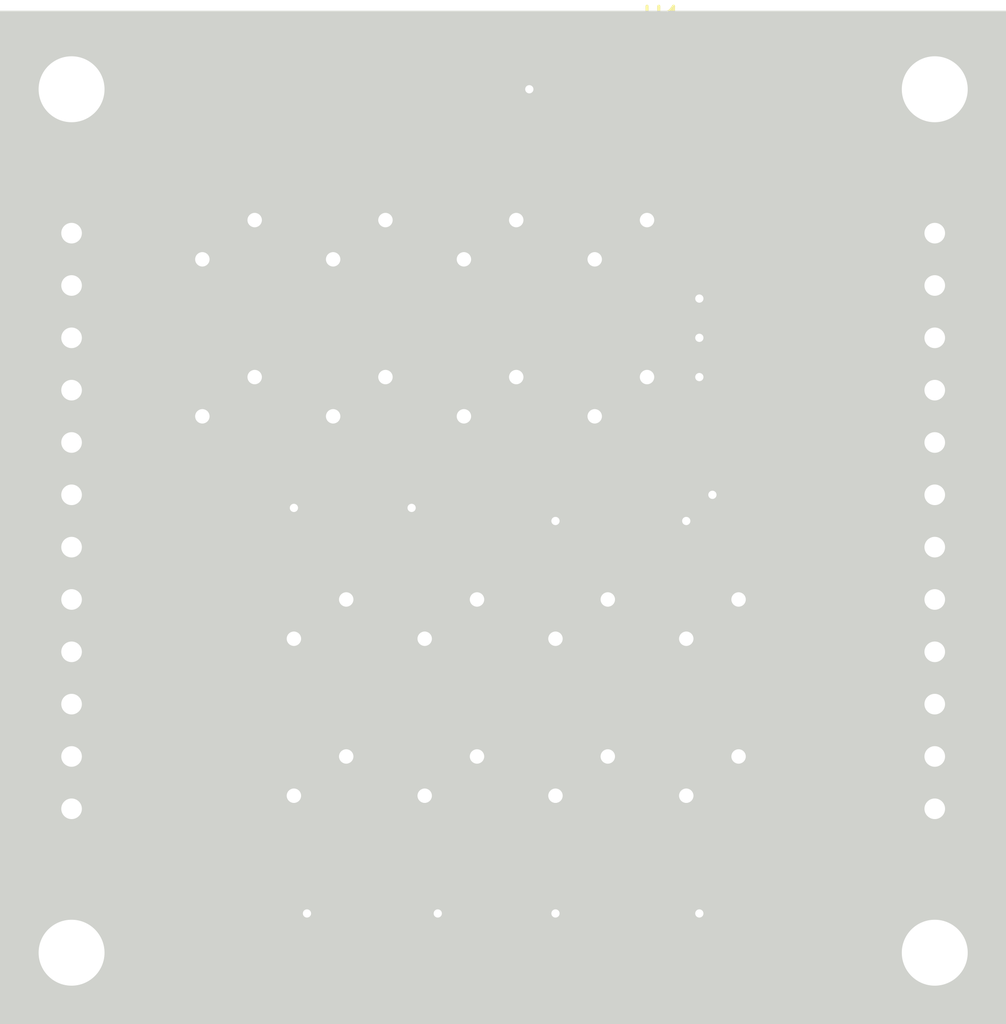
<source format=kicad_pcb>
(kicad_pcb (version 4) (host pcbnew 4.0.7+dfsg1-1~bpo9+1)

  (general
    (links 62)
    (no_connects 0)
    (area 0 0 0 0)
    (thickness 1.6)
    (drawings 3)
    (tracks 190)
    (zones 0)
    (modules 31)
    (nets 21)
  )

  (page A4)
  (layers
    (0 F.Cu signal)
    (31 B.Cu signal)
    (32 B.Adhes user)
    (33 F.Adhes user)
    (34 B.Paste user)
    (35 F.Paste user)
    (36 B.SilkS user)
    (37 F.SilkS user)
    (38 B.Mask user)
    (39 F.Mask user)
    (40 Dwgs.User user)
    (41 Cmts.User user)
    (42 Eco1.User user)
    (43 Eco2.User user)
    (44 Edge.Cuts user hide)
    (45 Margin user)
    (46 B.CrtYd user)
    (47 F.CrtYd user)
    (48 B.Fab user)
    (49 F.Fab user)
  )

  (setup
    (last_trace_width 0.25)
    (user_trace_width 0.5)
    (trace_clearance 0.2)
    (zone_clearance 0.508)
    (zone_45_only no)
    (trace_min 0.2)
    (segment_width 0.2)
    (edge_width 0.1)
    (via_size 0.6)
    (via_drill 0.4)
    (via_min_size 0.4)
    (via_min_drill 0.3)
    (uvia_size 0.3)
    (uvia_drill 0.1)
    (uvias_allowed no)
    (uvia_min_size 0.2)
    (uvia_min_drill 0.1)
    (pcb_text_width 0.3)
    (pcb_text_size 1.5 1.5)
    (mod_edge_width 0.15)
    (mod_text_size 1 1)
    (mod_text_width 0.15)
    (pad_size 1.5 1.5)
    (pad_drill 0.6)
    (pad_to_mask_clearance 0)
    (aux_axis_origin 0 0)
    (visible_elements FFFEFF7F)
    (pcbplotparams
      (layerselection 0x00030_80000001)
      (usegerberextensions false)
      (excludeedgelayer true)
      (linewidth 0.100000)
      (plotframeref false)
      (viasonmask false)
      (mode 1)
      (useauxorigin false)
      (hpglpennumber 1)
      (hpglpenspeed 20)
      (hpglpendiameter 15)
      (hpglpenoverlay 2)
      (psnegative false)
      (psa4output false)
      (plotreference true)
      (plotvalue true)
      (plotinvisibletext false)
      (padsonsilk false)
      (subtractmaskfromsilk false)
      (outputformat 1)
      (mirror false)
      (drillshape 1)
      (scaleselection 1)
      (outputdirectory ""))
  )

  (net 0 "")
  (net 1 /VIN)
  (net 2 /L0)
  (net 3 /L1)
  (net 4 /L2)
  (net 5 /L3)
  (net 6 /L4)
  (net 7 /L5)
  (net 8 /L6)
  (net 9 /L7)
  (net 10 "Net-(O1-Pad5)")
  (net 11 "Net-(O1-Pad6)")
  (net 12 "Net-(O1-Pad7)")
  (net 13 "Net-(O1-Pad8)")
  (net 14 "Net-(O1-Pad9)")
  (net 15 "Net-(O1-Pad10)")
  (net 16 "Net-(O1-Pad11)")
  (net 17 "Net-(O1-Pad12)")
  (net 18 /5V)
  (net 19 /3v3)
  (net 20 /GND)

  (net_class Default "This is the default net class."
    (clearance 0.2)
    (trace_width 0.25)
    (via_dia 0.6)
    (via_drill 0.4)
    (uvia_dia 0.3)
    (uvia_drill 0.1)
    (add_net /3v3)
    (add_net /5V)
    (add_net /GND)
    (add_net /L0)
    (add_net /L1)
    (add_net /L2)
    (add_net /L3)
    (add_net /L4)
    (add_net /L5)
    (add_net /L6)
    (add_net /L7)
    (add_net /VIN)
    (add_net "Net-(O1-Pad10)")
    (add_net "Net-(O1-Pad11)")
    (add_net "Net-(O1-Pad12)")
    (add_net "Net-(O1-Pad5)")
    (add_net "Net-(O1-Pad6)")
    (add_net "Net-(O1-Pad7)")
    (add_net "Net-(O1-Pad8)")
    (add_net "Net-(O1-Pad9)")
  )

  (module Mounting_Holes:MountingHole_3.2mm_M3 (layer F.Cu) (tedit 5AC4CC0E) (tstamp 5ACA4CE3)
    (at 128.27 128.27)
    (descr "Mounting Hole 3.2mm, no annular, M3")
    (tags "mounting hole 3.2mm no annular m3")
    (fp_text reference "" (at 0 -4.2) (layer F.SilkS) hide
      (effects (font (size 1 1) (thickness 0.15)))
    )
    (fp_text value M3 (at 0 -2.54) (layer F.Fab)
      (effects (font (size 1 1) (thickness 0.15)))
    )
    (fp_circle (center 0 0) (end 3.2 0) (layer Cmts.User) (width 0.15))
    (fp_circle (center 0 0) (end 3.45 0) (layer F.CrtYd) (width 0.05))
    (pad 1 np_thru_hole circle (at 0 0) (size 3.2 3.2) (drill 3.2) (layers *.Cu *.Mask))
  )

  (module TO_SOT_Packages_SMD:SOT-23 (layer F.Cu) (tedit 5ACB900E) (tstamp 5ACB807D)
    (at 135.89 105.41 180)
    (descr "SOT-23, Standard")
    (tags SOT-23)
    (path /5ACB78FB)
    (attr smd)
    (fp_text reference Q1 (at -2.54 0 180) (layer F.SilkS)
      (effects (font (size 1 1) (thickness 0.15)))
    )
    (fp_text value BSS138 (at 4.445 2.54 180) (layer F.Fab)
      (effects (font (size 1 1) (thickness 0.15)))
    )
    (fp_text user %R (at 0 0 270) (layer F.Fab)
      (effects (font (size 0.5 0.5) (thickness 0.075)))
    )
    (fp_line (start -0.7 -0.95) (end -0.7 1.5) (layer F.Fab) (width 0.1))
    (fp_line (start -0.15 -1.52) (end 0.7 -1.52) (layer F.Fab) (width 0.1))
    (fp_line (start -0.7 -0.95) (end -0.15 -1.52) (layer F.Fab) (width 0.1))
    (fp_line (start 0.7 -1.52) (end 0.7 1.52) (layer F.Fab) (width 0.1))
    (fp_line (start -0.7 1.52) (end 0.7 1.52) (layer F.Fab) (width 0.1))
    (fp_line (start 0.76 1.58) (end 0.76 0.65) (layer F.SilkS) (width 0.12))
    (fp_line (start 0.76 -1.58) (end 0.76 -0.65) (layer F.SilkS) (width 0.12))
    (fp_line (start -1.7 -1.75) (end 1.7 -1.75) (layer F.CrtYd) (width 0.05))
    (fp_line (start 1.7 -1.75) (end 1.7 1.75) (layer F.CrtYd) (width 0.05))
    (fp_line (start 1.7 1.75) (end -1.7 1.75) (layer F.CrtYd) (width 0.05))
    (fp_line (start -1.7 1.75) (end -1.7 -1.75) (layer F.CrtYd) (width 0.05))
    (fp_line (start 0.76 -1.58) (end -1.4 -1.58) (layer F.SilkS) (width 0.12))
    (fp_line (start 0.76 1.58) (end -0.7 1.58) (layer F.SilkS) (width 0.12))
    (pad 1 smd rect (at -1 -0.95 180) (size 0.9 0.8) (layers F.Cu F.Paste F.Mask)
      (net 18 /5V))
    (pad 2 smd rect (at -1 0.95 180) (size 0.9 0.8) (layers F.Cu F.Paste F.Mask)
      (net 10 "Net-(O1-Pad5)"))
    (pad 3 smd rect (at 1 0 180) (size 0.9 0.8) (layers F.Cu F.Paste F.Mask)
      (net 2 /L0))
    (model ${KISYS3DMOD}/TO_SOT_Packages_SMD.3dshapes/SOT-23.wrl
      (at (xyz 0 0 0))
      (scale (xyz 1 1 1))
      (rotate (xyz 0 0 0))
    )
  )

  (module Mounting_Holes:MountingHole_3.2mm_M3 (layer F.Cu) (tedit 5AC4CC02) (tstamp 5ACA4CBC)
    (at 128.27 86.36)
    (descr "Mounting Hole 3.2mm, no annular, M3")
    (tags "mounting hole 3.2mm no annular m3")
    (fp_text reference M3 (at 0 2.54) (layer F.Fab)
      (effects (font (size 1 1) (thickness 0.15)))
    )
    (fp_text value "" (at 0 4.2) (layer F.Fab) hide
      (effects (font (size 1 1) (thickness 0.15)))
    )
    (fp_circle (center 0 0) (end 3.2 0) (layer Cmts.User) (width 0.15))
    (fp_circle (center 0 0) (end 3.45 0) (layer F.CrtYd) (width 0.05))
    (pad 1 np_thru_hole circle (at 0 0) (size 3.2 3.2) (drill 3.2) (layers *.Cu *.Mask))
  )

  (module Mounting_Holes:MountingHole_3.2mm_M3 (layer F.Cu) (tedit 5AC4CC05) (tstamp 5ACA4CC9)
    (at 170.18 86.36)
    (descr "Mounting Hole 3.2mm, no annular, M3")
    (tags "mounting hole 3.2mm no annular m3")
    (fp_text reference M3 (at 0 2.54) (layer F.Fab)
      (effects (font (size 1 1) (thickness 0.15)))
    )
    (fp_text value "" (at 0 4.2) (layer F.Fab) hide
      (effects (font (size 1 1) (thickness 0.15)))
    )
    (fp_circle (center 0 0) (end 3.2 0) (layer Cmts.User) (width 0.15))
    (fp_circle (center 0 0) (end 3.45 0) (layer F.CrtYd) (width 0.05))
    (pad 1 np_thru_hole circle (at 0 0) (size 3.2 3.2) (drill 3.2) (layers *.Cu *.Mask))
  )

  (module Mounting_Holes:MountingHole_3.2mm_M3 (layer F.Cu) (tedit 5AC4CC09) (tstamp 5ACA4CD6)
    (at 170.18 128.27)
    (descr "Mounting Hole 3.2mm, no annular, M3")
    (tags "mounting hole 3.2mm no annular m3")
    (fp_text reference "" (at 0 -4.2) (layer F.SilkS) hide
      (effects (font (size 1 1) (thickness 0.15)))
    )
    (fp_text value M3 (at 0 -2.54) (layer F.Fab)
      (effects (font (size 1 1) (thickness 0.15)))
    )
    (fp_circle (center 0 0) (end 3.2 0) (layer Cmts.User) (width 0.15))
    (fp_circle (center 0 0) (end 3.45 0) (layer F.CrtYd) (width 0.05))
    (pad 1 np_thru_hole circle (at 0 0) (size 3.2 3.2) (drill 3.2) (layers *.Cu *.Mask))
  )

  (module Pin_Headers:Pin_Header_Straight_1x12_Pitch2.54mm (layer F.Cu) (tedit 59650532) (tstamp 5AC3D654)
    (at 128.27 93.345)
    (descr "Through hole straight pin header, 1x12, 2.54mm pitch, single row")
    (tags "Through hole pin header THT 1x12 2.54mm single row")
    (path /5AC3D559)
    (fp_text reference I1 (at 0 -2.33) (layer F.SilkS)
      (effects (font (size 1 1) (thickness 0.15)))
    )
    (fp_text value Input (at 0 30.27) (layer F.Fab)
      (effects (font (size 1 1) (thickness 0.15)))
    )
    (fp_line (start -0.635 -1.27) (end 1.27 -1.27) (layer F.Fab) (width 0.1))
    (fp_line (start 1.27 -1.27) (end 1.27 29.21) (layer F.Fab) (width 0.1))
    (fp_line (start 1.27 29.21) (end -1.27 29.21) (layer F.Fab) (width 0.1))
    (fp_line (start -1.27 29.21) (end -1.27 -0.635) (layer F.Fab) (width 0.1))
    (fp_line (start -1.27 -0.635) (end -0.635 -1.27) (layer F.Fab) (width 0.1))
    (fp_line (start -1.33 29.27) (end 1.33 29.27) (layer F.SilkS) (width 0.12))
    (fp_line (start -1.33 1.27) (end -1.33 29.27) (layer F.SilkS) (width 0.12))
    (fp_line (start 1.33 1.27) (end 1.33 29.27) (layer F.SilkS) (width 0.12))
    (fp_line (start -1.33 1.27) (end 1.33 1.27) (layer F.SilkS) (width 0.12))
    (fp_line (start -1.33 0) (end -1.33 -1.33) (layer F.SilkS) (width 0.12))
    (fp_line (start -1.33 -1.33) (end 0 -1.33) (layer F.SilkS) (width 0.12))
    (fp_line (start -1.8 -1.8) (end -1.8 29.75) (layer F.CrtYd) (width 0.05))
    (fp_line (start -1.8 29.75) (end 1.8 29.75) (layer F.CrtYd) (width 0.05))
    (fp_line (start 1.8 29.75) (end 1.8 -1.8) (layer F.CrtYd) (width 0.05))
    (fp_line (start 1.8 -1.8) (end -1.8 -1.8) (layer F.CrtYd) (width 0.05))
    (fp_text user %R (at 0 13.97 90) (layer F.Fab)
      (effects (font (size 1 1) (thickness 0.15)))
    )
    (pad 1 thru_hole rect (at 0 0) (size 1.7 1.7) (drill 1) (layers *.Cu *.Mask)
      (net 1 /VIN))
    (pad 2 thru_hole oval (at 0 2.54) (size 1.7 1.7) (drill 1) (layers *.Cu *.Mask)
      (net 18 /5V))
    (pad 3 thru_hole oval (at 0 5.08) (size 1.7 1.7) (drill 1) (layers *.Cu *.Mask)
      (net 20 /GND))
    (pad 4 thru_hole oval (at 0 7.62) (size 1.7 1.7) (drill 1) (layers *.Cu *.Mask))
    (pad 5 thru_hole oval (at 0 10.16) (size 1.7 1.7) (drill 1) (layers *.Cu *.Mask)
      (net 2 /L0))
    (pad 6 thru_hole oval (at 0 12.7) (size 1.7 1.7) (drill 1) (layers *.Cu *.Mask)
      (net 3 /L1))
    (pad 7 thru_hole oval (at 0 15.24) (size 1.7 1.7) (drill 1) (layers *.Cu *.Mask)
      (net 4 /L2))
    (pad 8 thru_hole oval (at 0 17.78) (size 1.7 1.7) (drill 1) (layers *.Cu *.Mask)
      (net 5 /L3))
    (pad 9 thru_hole oval (at 0 20.32) (size 1.7 1.7) (drill 1) (layers *.Cu *.Mask)
      (net 6 /L4))
    (pad 10 thru_hole oval (at 0 22.86) (size 1.7 1.7) (drill 1) (layers *.Cu *.Mask)
      (net 7 /L5))
    (pad 11 thru_hole oval (at 0 25.4) (size 1.7 1.7) (drill 1) (layers *.Cu *.Mask)
      (net 8 /L6))
    (pad 12 thru_hole oval (at 0 27.94) (size 1.7 1.7) (drill 1) (layers *.Cu *.Mask)
      (net 9 /L7))
    (model ${KISYS3DMOD}/Pin_Headers.3dshapes/Pin_Header_Straight_1x12_Pitch2.54mm.wrl
      (at (xyz 0 0 0))
      (scale (xyz 1 1 1))
      (rotate (xyz 0 0 0))
    )
  )

  (module Socket_Strips:Socket_Strip_Straight_1x12_Pitch2.54mm (layer F.Cu) (tedit 58CD5446) (tstamp 5AC3D673)
    (at 170.18 93.345)
    (descr "Through hole straight socket strip, 1x12, 2.54mm pitch, single row")
    (tags "Through hole socket strip THT 1x12 2.54mm single row")
    (path /5AC3D61D)
    (fp_text reference O1 (at 0 -2.33) (layer F.SilkS)
      (effects (font (size 1 1) (thickness 0.15)))
    )
    (fp_text value Output (at 0 30.27) (layer F.Fab)
      (effects (font (size 1 1) (thickness 0.15)))
    )
    (fp_line (start -1.27 -1.27) (end -1.27 29.21) (layer F.Fab) (width 0.1))
    (fp_line (start -1.27 29.21) (end 1.27 29.21) (layer F.Fab) (width 0.1))
    (fp_line (start 1.27 29.21) (end 1.27 -1.27) (layer F.Fab) (width 0.1))
    (fp_line (start 1.27 -1.27) (end -1.27 -1.27) (layer F.Fab) (width 0.1))
    (fp_line (start -1.33 1.27) (end -1.33 29.27) (layer F.SilkS) (width 0.12))
    (fp_line (start -1.33 29.27) (end 1.33 29.27) (layer F.SilkS) (width 0.12))
    (fp_line (start 1.33 29.27) (end 1.33 1.27) (layer F.SilkS) (width 0.12))
    (fp_line (start 1.33 1.27) (end -1.33 1.27) (layer F.SilkS) (width 0.12))
    (fp_line (start -1.33 0) (end -1.33 -1.33) (layer F.SilkS) (width 0.12))
    (fp_line (start -1.33 -1.33) (end 0 -1.33) (layer F.SilkS) (width 0.12))
    (fp_line (start -1.8 -1.8) (end -1.8 29.75) (layer F.CrtYd) (width 0.05))
    (fp_line (start -1.8 29.75) (end 1.8 29.75) (layer F.CrtYd) (width 0.05))
    (fp_line (start 1.8 29.75) (end 1.8 -1.8) (layer F.CrtYd) (width 0.05))
    (fp_line (start 1.8 -1.8) (end -1.8 -1.8) (layer F.CrtYd) (width 0.05))
    (fp_text user %R (at 0 -2.33) (layer F.Fab)
      (effects (font (size 1 1) (thickness 0.15)))
    )
    (pad 1 thru_hole rect (at 0 0) (size 1.7 1.7) (drill 1) (layers *.Cu *.Mask)
      (net 1 /VIN))
    (pad 2 thru_hole oval (at 0 2.54) (size 1.7 1.7) (drill 1) (layers *.Cu *.Mask)
      (net 19 /3v3))
    (pad 3 thru_hole oval (at 0 5.08) (size 1.7 1.7) (drill 1) (layers *.Cu *.Mask)
      (net 20 /GND))
    (pad 4 thru_hole oval (at 0 7.62) (size 1.7 1.7) (drill 1) (layers *.Cu *.Mask))
    (pad 5 thru_hole oval (at 0 10.16) (size 1.7 1.7) (drill 1) (layers *.Cu *.Mask)
      (net 10 "Net-(O1-Pad5)"))
    (pad 6 thru_hole oval (at 0 12.7) (size 1.7 1.7) (drill 1) (layers *.Cu *.Mask)
      (net 11 "Net-(O1-Pad6)"))
    (pad 7 thru_hole oval (at 0 15.24) (size 1.7 1.7) (drill 1) (layers *.Cu *.Mask)
      (net 12 "Net-(O1-Pad7)"))
    (pad 8 thru_hole oval (at 0 17.78) (size 1.7 1.7) (drill 1) (layers *.Cu *.Mask)
      (net 13 "Net-(O1-Pad8)"))
    (pad 9 thru_hole oval (at 0 20.32) (size 1.7 1.7) (drill 1) (layers *.Cu *.Mask)
      (net 14 "Net-(O1-Pad9)"))
    (pad 10 thru_hole oval (at 0 22.86) (size 1.7 1.7) (drill 1) (layers *.Cu *.Mask)
      (net 15 "Net-(O1-Pad10)"))
    (pad 11 thru_hole oval (at 0 25.4) (size 1.7 1.7) (drill 1) (layers *.Cu *.Mask)
      (net 16 "Net-(O1-Pad11)"))
    (pad 12 thru_hole oval (at 0 27.94) (size 1.7 1.7) (drill 1) (layers *.Cu *.Mask)
      (net 17 "Net-(O1-Pad12)"))
    (model ${KISYS3DMOD}/Socket_Strips.3dshapes/Socket_Strip_Straight_1x12_Pitch2.54mm.wrl
      (at (xyz 0 -0.55 0))
      (scale (xyz 1 1 1))
      (rotate (xyz 0 0 270))
    )
  )

  (module TO_SOT_Packages_SMD:SOT-23 (layer F.Cu) (tedit 5ACB9010) (tstamp 5ACB8092)
    (at 142.24 105.41 180)
    (descr "SOT-23, Standard")
    (tags SOT-23)
    (path /5ACB7E8A)
    (attr smd)
    (fp_text reference Q2 (at -2.54 0 180) (layer F.SilkS)
      (effects (font (size 1 1) (thickness 0.15)))
    )
    (fp_text value BSS138 (at 2.54 2.54 180) (layer F.Fab)
      (effects (font (size 1 1) (thickness 0.15)))
    )
    (fp_text user %R (at 0 0 270) (layer F.Fab)
      (effects (font (size 0.5 0.5) (thickness 0.075)))
    )
    (fp_line (start -0.7 -0.95) (end -0.7 1.5) (layer F.Fab) (width 0.1))
    (fp_line (start -0.15 -1.52) (end 0.7 -1.52) (layer F.Fab) (width 0.1))
    (fp_line (start -0.7 -0.95) (end -0.15 -1.52) (layer F.Fab) (width 0.1))
    (fp_line (start 0.7 -1.52) (end 0.7 1.52) (layer F.Fab) (width 0.1))
    (fp_line (start -0.7 1.52) (end 0.7 1.52) (layer F.Fab) (width 0.1))
    (fp_line (start 0.76 1.58) (end 0.76 0.65) (layer F.SilkS) (width 0.12))
    (fp_line (start 0.76 -1.58) (end 0.76 -0.65) (layer F.SilkS) (width 0.12))
    (fp_line (start -1.7 -1.75) (end 1.7 -1.75) (layer F.CrtYd) (width 0.05))
    (fp_line (start 1.7 -1.75) (end 1.7 1.75) (layer F.CrtYd) (width 0.05))
    (fp_line (start 1.7 1.75) (end -1.7 1.75) (layer F.CrtYd) (width 0.05))
    (fp_line (start -1.7 1.75) (end -1.7 -1.75) (layer F.CrtYd) (width 0.05))
    (fp_line (start 0.76 -1.58) (end -1.4 -1.58) (layer F.SilkS) (width 0.12))
    (fp_line (start 0.76 1.58) (end -0.7 1.58) (layer F.SilkS) (width 0.12))
    (pad 1 smd rect (at -1 -0.95 180) (size 0.9 0.8) (layers F.Cu F.Paste F.Mask)
      (net 18 /5V))
    (pad 2 smd rect (at -1 0.95 180) (size 0.9 0.8) (layers F.Cu F.Paste F.Mask)
      (net 11 "Net-(O1-Pad6)"))
    (pad 3 smd rect (at 1 0 180) (size 0.9 0.8) (layers F.Cu F.Paste F.Mask)
      (net 3 /L1))
    (model ${KISYS3DMOD}/TO_SOT_Packages_SMD.3dshapes/SOT-23.wrl
      (at (xyz 0 0 0))
      (scale (xyz 1 1 1))
      (rotate (xyz 0 0 0))
    )
  )

  (module TO_SOT_Packages_SMD:SOT-23 (layer F.Cu) (tedit 5ACB9012) (tstamp 5ACB80A7)
    (at 149.225 105.41 180)
    (descr "SOT-23, Standard")
    (tags SOT-23)
    (path /5ACB8495)
    (attr smd)
    (fp_text reference Q3 (at -2.54 0 180) (layer F.SilkS)
      (effects (font (size 1 1) (thickness 0.15)))
    )
    (fp_text value BSS138 (at 2.54 2.54 180) (layer F.Fab)
      (effects (font (size 1 1) (thickness 0.15)))
    )
    (fp_text user %R (at 0 0 270) (layer F.Fab)
      (effects (font (size 0.5 0.5) (thickness 0.075)))
    )
    (fp_line (start -0.7 -0.95) (end -0.7 1.5) (layer F.Fab) (width 0.1))
    (fp_line (start -0.15 -1.52) (end 0.7 -1.52) (layer F.Fab) (width 0.1))
    (fp_line (start -0.7 -0.95) (end -0.15 -1.52) (layer F.Fab) (width 0.1))
    (fp_line (start 0.7 -1.52) (end 0.7 1.52) (layer F.Fab) (width 0.1))
    (fp_line (start -0.7 1.52) (end 0.7 1.52) (layer F.Fab) (width 0.1))
    (fp_line (start 0.76 1.58) (end 0.76 0.65) (layer F.SilkS) (width 0.12))
    (fp_line (start 0.76 -1.58) (end 0.76 -0.65) (layer F.SilkS) (width 0.12))
    (fp_line (start -1.7 -1.75) (end 1.7 -1.75) (layer F.CrtYd) (width 0.05))
    (fp_line (start 1.7 -1.75) (end 1.7 1.75) (layer F.CrtYd) (width 0.05))
    (fp_line (start 1.7 1.75) (end -1.7 1.75) (layer F.CrtYd) (width 0.05))
    (fp_line (start -1.7 1.75) (end -1.7 -1.75) (layer F.CrtYd) (width 0.05))
    (fp_line (start 0.76 -1.58) (end -1.4 -1.58) (layer F.SilkS) (width 0.12))
    (fp_line (start 0.76 1.58) (end -0.7 1.58) (layer F.SilkS) (width 0.12))
    (pad 1 smd rect (at -1 -0.95 180) (size 0.9 0.8) (layers F.Cu F.Paste F.Mask)
      (net 18 /5V))
    (pad 2 smd rect (at -1 0.95 180) (size 0.9 0.8) (layers F.Cu F.Paste F.Mask)
      (net 12 "Net-(O1-Pad7)"))
    (pad 3 smd rect (at 1 0 180) (size 0.9 0.8) (layers F.Cu F.Paste F.Mask)
      (net 4 /L2))
    (model ${KISYS3DMOD}/TO_SOT_Packages_SMD.3dshapes/SOT-23.wrl
      (at (xyz 0 0 0))
      (scale (xyz 1 1 1))
      (rotate (xyz 0 0 0))
    )
  )

  (module TO_SOT_Packages_SMD:SOT-23 (layer F.Cu) (tedit 5ACB9014) (tstamp 5ACB80BC)
    (at 154.94 105.41 180)
    (descr "SOT-23, Standard")
    (tags SOT-23)
    (path /5ACB8A44)
    (attr smd)
    (fp_text reference Q4 (at -2.54 0 180) (layer F.SilkS)
      (effects (font (size 1 1) (thickness 0.15)))
    )
    (fp_text value BSS138 (at 0 2.5 180) (layer F.Fab)
      (effects (font (size 1 1) (thickness 0.15)))
    )
    (fp_text user %R (at 0 0 270) (layer F.Fab)
      (effects (font (size 0.5 0.5) (thickness 0.075)))
    )
    (fp_line (start -0.7 -0.95) (end -0.7 1.5) (layer F.Fab) (width 0.1))
    (fp_line (start -0.15 -1.52) (end 0.7 -1.52) (layer F.Fab) (width 0.1))
    (fp_line (start -0.7 -0.95) (end -0.15 -1.52) (layer F.Fab) (width 0.1))
    (fp_line (start 0.7 -1.52) (end 0.7 1.52) (layer F.Fab) (width 0.1))
    (fp_line (start -0.7 1.52) (end 0.7 1.52) (layer F.Fab) (width 0.1))
    (fp_line (start 0.76 1.58) (end 0.76 0.65) (layer F.SilkS) (width 0.12))
    (fp_line (start 0.76 -1.58) (end 0.76 -0.65) (layer F.SilkS) (width 0.12))
    (fp_line (start -1.7 -1.75) (end 1.7 -1.75) (layer F.CrtYd) (width 0.05))
    (fp_line (start 1.7 -1.75) (end 1.7 1.75) (layer F.CrtYd) (width 0.05))
    (fp_line (start 1.7 1.75) (end -1.7 1.75) (layer F.CrtYd) (width 0.05))
    (fp_line (start -1.7 1.75) (end -1.7 -1.75) (layer F.CrtYd) (width 0.05))
    (fp_line (start 0.76 -1.58) (end -1.4 -1.58) (layer F.SilkS) (width 0.12))
    (fp_line (start 0.76 1.58) (end -0.7 1.58) (layer F.SilkS) (width 0.12))
    (pad 1 smd rect (at -1 -0.95 180) (size 0.9 0.8) (layers F.Cu F.Paste F.Mask)
      (net 18 /5V))
    (pad 2 smd rect (at -1 0.95 180) (size 0.9 0.8) (layers F.Cu F.Paste F.Mask)
      (net 13 "Net-(O1-Pad8)"))
    (pad 3 smd rect (at 1 0 180) (size 0.9 0.8) (layers F.Cu F.Paste F.Mask)
      (net 5 /L3))
    (model ${KISYS3DMOD}/TO_SOT_Packages_SMD.3dshapes/SOT-23.wrl
      (at (xyz 0 0 0))
      (scale (xyz 1 1 1))
      (rotate (xyz 0 0 0))
    )
  )

  (module TO_SOT_Packages_SMD:SOT-23 (layer F.Cu) (tedit 5ACB8FFF) (tstamp 5ACB80D1)
    (at 140.335 123.825 180)
    (descr "SOT-23, Standard")
    (tags SOT-23)
    (path /5ACB90B7)
    (attr smd)
    (fp_text reference Q5 (at -2.54 0 180) (layer F.SilkS)
      (effects (font (size 1 1) (thickness 0.15)))
    )
    (fp_text value BSS138 (at 0 2.5 180) (layer F.Fab)
      (effects (font (size 1 1) (thickness 0.15)))
    )
    (fp_text user %R (at 0 0 270) (layer F.Fab)
      (effects (font (size 0.5 0.5) (thickness 0.075)))
    )
    (fp_line (start -0.7 -0.95) (end -0.7 1.5) (layer F.Fab) (width 0.1))
    (fp_line (start -0.15 -1.52) (end 0.7 -1.52) (layer F.Fab) (width 0.1))
    (fp_line (start -0.7 -0.95) (end -0.15 -1.52) (layer F.Fab) (width 0.1))
    (fp_line (start 0.7 -1.52) (end 0.7 1.52) (layer F.Fab) (width 0.1))
    (fp_line (start -0.7 1.52) (end 0.7 1.52) (layer F.Fab) (width 0.1))
    (fp_line (start 0.76 1.58) (end 0.76 0.65) (layer F.SilkS) (width 0.12))
    (fp_line (start 0.76 -1.58) (end 0.76 -0.65) (layer F.SilkS) (width 0.12))
    (fp_line (start -1.7 -1.75) (end 1.7 -1.75) (layer F.CrtYd) (width 0.05))
    (fp_line (start 1.7 -1.75) (end 1.7 1.75) (layer F.CrtYd) (width 0.05))
    (fp_line (start 1.7 1.75) (end -1.7 1.75) (layer F.CrtYd) (width 0.05))
    (fp_line (start -1.7 1.75) (end -1.7 -1.75) (layer F.CrtYd) (width 0.05))
    (fp_line (start 0.76 -1.58) (end -1.4 -1.58) (layer F.SilkS) (width 0.12))
    (fp_line (start 0.76 1.58) (end -0.7 1.58) (layer F.SilkS) (width 0.12))
    (pad 1 smd rect (at -1 -0.95 180) (size 0.9 0.8) (layers F.Cu F.Paste F.Mask)
      (net 18 /5V))
    (pad 2 smd rect (at -1 0.95 180) (size 0.9 0.8) (layers F.Cu F.Paste F.Mask)
      (net 14 "Net-(O1-Pad9)"))
    (pad 3 smd rect (at 1 0 180) (size 0.9 0.8) (layers F.Cu F.Paste F.Mask)
      (net 6 /L4))
    (model ${KISYS3DMOD}/TO_SOT_Packages_SMD.3dshapes/SOT-23.wrl
      (at (xyz 0 0 0))
      (scale (xyz 1 1 1))
      (rotate (xyz 0 0 0))
    )
  )

  (module TO_SOT_Packages_SMD:SOT-23 (layer F.Cu) (tedit 5ACB9003) (tstamp 5ACB80E6)
    (at 146.685 123.825 180)
    (descr "SOT-23, Standard")
    (tags SOT-23)
    (path /5ACB97D5)
    (attr smd)
    (fp_text reference Q6 (at -2.54 0 180) (layer F.SilkS)
      (effects (font (size 1 1) (thickness 0.15)))
    )
    (fp_text value BSS138 (at 0 2.5 180) (layer F.Fab)
      (effects (font (size 1 1) (thickness 0.15)))
    )
    (fp_text user %R (at 0 0 270) (layer F.Fab)
      (effects (font (size 0.5 0.5) (thickness 0.075)))
    )
    (fp_line (start -0.7 -0.95) (end -0.7 1.5) (layer F.Fab) (width 0.1))
    (fp_line (start -0.15 -1.52) (end 0.7 -1.52) (layer F.Fab) (width 0.1))
    (fp_line (start -0.7 -0.95) (end -0.15 -1.52) (layer F.Fab) (width 0.1))
    (fp_line (start 0.7 -1.52) (end 0.7 1.52) (layer F.Fab) (width 0.1))
    (fp_line (start -0.7 1.52) (end 0.7 1.52) (layer F.Fab) (width 0.1))
    (fp_line (start 0.76 1.58) (end 0.76 0.65) (layer F.SilkS) (width 0.12))
    (fp_line (start 0.76 -1.58) (end 0.76 -0.65) (layer F.SilkS) (width 0.12))
    (fp_line (start -1.7 -1.75) (end 1.7 -1.75) (layer F.CrtYd) (width 0.05))
    (fp_line (start 1.7 -1.75) (end 1.7 1.75) (layer F.CrtYd) (width 0.05))
    (fp_line (start 1.7 1.75) (end -1.7 1.75) (layer F.CrtYd) (width 0.05))
    (fp_line (start -1.7 1.75) (end -1.7 -1.75) (layer F.CrtYd) (width 0.05))
    (fp_line (start 0.76 -1.58) (end -1.4 -1.58) (layer F.SilkS) (width 0.12))
    (fp_line (start 0.76 1.58) (end -0.7 1.58) (layer F.SilkS) (width 0.12))
    (pad 1 smd rect (at -1 -0.95 180) (size 0.9 0.8) (layers F.Cu F.Paste F.Mask)
      (net 18 /5V))
    (pad 2 smd rect (at -1 0.95 180) (size 0.9 0.8) (layers F.Cu F.Paste F.Mask)
      (net 15 "Net-(O1-Pad10)"))
    (pad 3 smd rect (at 1 0 180) (size 0.9 0.8) (layers F.Cu F.Paste F.Mask)
      (net 7 /L5))
    (model ${KISYS3DMOD}/TO_SOT_Packages_SMD.3dshapes/SOT-23.wrl
      (at (xyz 0 0 0))
      (scale (xyz 1 1 1))
      (rotate (xyz 0 0 0))
    )
  )

  (module TO_SOT_Packages_SMD:SOT-23 (layer F.Cu) (tedit 5ACB9005) (tstamp 5ACB80FB)
    (at 152.4 123.825 180)
    (descr "SOT-23, Standard")
    (tags SOT-23)
    (path /5ACB9DAE)
    (attr smd)
    (fp_text reference Q7 (at -2.54 0 180) (layer F.SilkS)
      (effects (font (size 1 1) (thickness 0.15)))
    )
    (fp_text value BSS138 (at 0 2.5 180) (layer F.Fab)
      (effects (font (size 1 1) (thickness 0.15)))
    )
    (fp_text user %R (at 0 0 270) (layer F.Fab)
      (effects (font (size 0.5 0.5) (thickness 0.075)))
    )
    (fp_line (start -0.7 -0.95) (end -0.7 1.5) (layer F.Fab) (width 0.1))
    (fp_line (start -0.15 -1.52) (end 0.7 -1.52) (layer F.Fab) (width 0.1))
    (fp_line (start -0.7 -0.95) (end -0.15 -1.52) (layer F.Fab) (width 0.1))
    (fp_line (start 0.7 -1.52) (end 0.7 1.52) (layer F.Fab) (width 0.1))
    (fp_line (start -0.7 1.52) (end 0.7 1.52) (layer F.Fab) (width 0.1))
    (fp_line (start 0.76 1.58) (end 0.76 0.65) (layer F.SilkS) (width 0.12))
    (fp_line (start 0.76 -1.58) (end 0.76 -0.65) (layer F.SilkS) (width 0.12))
    (fp_line (start -1.7 -1.75) (end 1.7 -1.75) (layer F.CrtYd) (width 0.05))
    (fp_line (start 1.7 -1.75) (end 1.7 1.75) (layer F.CrtYd) (width 0.05))
    (fp_line (start 1.7 1.75) (end -1.7 1.75) (layer F.CrtYd) (width 0.05))
    (fp_line (start -1.7 1.75) (end -1.7 -1.75) (layer F.CrtYd) (width 0.05))
    (fp_line (start 0.76 -1.58) (end -1.4 -1.58) (layer F.SilkS) (width 0.12))
    (fp_line (start 0.76 1.58) (end -0.7 1.58) (layer F.SilkS) (width 0.12))
    (pad 1 smd rect (at -1 -0.95 180) (size 0.9 0.8) (layers F.Cu F.Paste F.Mask)
      (net 18 /5V))
    (pad 2 smd rect (at -1 0.95 180) (size 0.9 0.8) (layers F.Cu F.Paste F.Mask)
      (net 16 "Net-(O1-Pad11)"))
    (pad 3 smd rect (at 1 0 180) (size 0.9 0.8) (layers F.Cu F.Paste F.Mask)
      (net 8 /L6))
    (model ${KISYS3DMOD}/TO_SOT_Packages_SMD.3dshapes/SOT-23.wrl
      (at (xyz 0 0 0))
      (scale (xyz 1 1 1))
      (rotate (xyz 0 0 0))
    )
  )

  (module TO_SOT_Packages_SMD:SOT-23 (layer F.Cu) (tedit 5ACB9008) (tstamp 5ACB8110)
    (at 159.385 123.825 180)
    (descr "SOT-23, Standard")
    (tags SOT-23)
    (path /5ACB9DF9)
    (attr smd)
    (fp_text reference Q8 (at -2.54 0 180) (layer F.SilkS)
      (effects (font (size 1 1) (thickness 0.15)))
    )
    (fp_text value BSS138 (at 0 2.5 180) (layer F.Fab)
      (effects (font (size 1 1) (thickness 0.15)))
    )
    (fp_text user %R (at 0 0 270) (layer F.Fab)
      (effects (font (size 0.5 0.5) (thickness 0.075)))
    )
    (fp_line (start -0.7 -0.95) (end -0.7 1.5) (layer F.Fab) (width 0.1))
    (fp_line (start -0.15 -1.52) (end 0.7 -1.52) (layer F.Fab) (width 0.1))
    (fp_line (start -0.7 -0.95) (end -0.15 -1.52) (layer F.Fab) (width 0.1))
    (fp_line (start 0.7 -1.52) (end 0.7 1.52) (layer F.Fab) (width 0.1))
    (fp_line (start -0.7 1.52) (end 0.7 1.52) (layer F.Fab) (width 0.1))
    (fp_line (start 0.76 1.58) (end 0.76 0.65) (layer F.SilkS) (width 0.12))
    (fp_line (start 0.76 -1.58) (end 0.76 -0.65) (layer F.SilkS) (width 0.12))
    (fp_line (start -1.7 -1.75) (end 1.7 -1.75) (layer F.CrtYd) (width 0.05))
    (fp_line (start 1.7 -1.75) (end 1.7 1.75) (layer F.CrtYd) (width 0.05))
    (fp_line (start 1.7 1.75) (end -1.7 1.75) (layer F.CrtYd) (width 0.05))
    (fp_line (start -1.7 1.75) (end -1.7 -1.75) (layer F.CrtYd) (width 0.05))
    (fp_line (start 0.76 -1.58) (end -1.4 -1.58) (layer F.SilkS) (width 0.12))
    (fp_line (start 0.76 1.58) (end -0.7 1.58) (layer F.SilkS) (width 0.12))
    (pad 1 smd rect (at -1 -0.95 180) (size 0.9 0.8) (layers F.Cu F.Paste F.Mask)
      (net 18 /5V))
    (pad 2 smd rect (at -1 0.95 180) (size 0.9 0.8) (layers F.Cu F.Paste F.Mask)
      (net 17 "Net-(O1-Pad12)"))
    (pad 3 smd rect (at 1 0 180) (size 0.9 0.8) (layers F.Cu F.Paste F.Mask)
      (net 9 /L7))
    (model ${KISYS3DMOD}/TO_SOT_Packages_SMD.3dshapes/SOT-23.wrl
      (at (xyz 0 0 0))
      (scale (xyz 1 1 1))
      (rotate (xyz 0 0 0))
    )
  )

  (module Resistors_THT:R_Axial_DIN0204_L3.6mm_D1.6mm_P7.62mm_Horizontal (layer F.Cu) (tedit 5ACB7F9F) (tstamp 5ACB8126)
    (at 134.62 102.235 90)
    (descr "Resistor, Axial_DIN0204 series, Axial, Horizontal, pin pitch=7.62mm, 0.16666666666666666W = 1/6W, length*diameter=3.6*1.6mm^2, http://cdn-reichelt.de/documents/datenblatt/B400/1_4W%23YAG.pdf")
    (tags "Resistor Axial_DIN0204 series Axial Horizontal pin pitch 7.62mm 0.16666666666666666W = 1/6W length 3.6mm diameter 1.6mm")
    (path /5ACB797B)
    (fp_text reference R1 (at 3.81 0 90) (layer F.SilkS)
      (effects (font (size 1 1) (thickness 0.15)))
    )
    (fp_text value R (at 5.08 0 90) (layer F.Fab)
      (effects (font (size 1 1) (thickness 0.15)))
    )
    (fp_line (start 2.01 -0.8) (end 2.01 0.8) (layer F.Fab) (width 0.1))
    (fp_line (start 2.01 0.8) (end 5.61 0.8) (layer F.Fab) (width 0.1))
    (fp_line (start 5.61 0.8) (end 5.61 -0.8) (layer F.Fab) (width 0.1))
    (fp_line (start 5.61 -0.8) (end 2.01 -0.8) (layer F.Fab) (width 0.1))
    (fp_line (start 0 0) (end 2.01 0) (layer F.Fab) (width 0.1))
    (fp_line (start 7.62 0) (end 5.61 0) (layer F.Fab) (width 0.1))
    (fp_line (start 1.95 -0.86) (end 1.95 0.86) (layer F.SilkS) (width 0.12))
    (fp_line (start 1.95 0.86) (end 5.67 0.86) (layer F.SilkS) (width 0.12))
    (fp_line (start 5.67 0.86) (end 5.67 -0.86) (layer F.SilkS) (width 0.12))
    (fp_line (start 5.67 -0.86) (end 1.95 -0.86) (layer F.SilkS) (width 0.12))
    (fp_line (start 0.88 0) (end 1.95 0) (layer F.SilkS) (width 0.12))
    (fp_line (start 6.74 0) (end 5.67 0) (layer F.SilkS) (width 0.12))
    (fp_line (start -0.95 -1.15) (end -0.95 1.15) (layer F.CrtYd) (width 0.05))
    (fp_line (start -0.95 1.15) (end 8.6 1.15) (layer F.CrtYd) (width 0.05))
    (fp_line (start 8.6 1.15) (end 8.6 -1.15) (layer F.CrtYd) (width 0.05))
    (fp_line (start 8.6 -1.15) (end -0.95 -1.15) (layer F.CrtYd) (width 0.05))
    (pad 1 thru_hole circle (at 0 0 90) (size 1.4 1.4) (drill 0.7) (layers *.Cu *.Mask)
      (net 2 /L0))
    (pad 2 thru_hole oval (at 7.62 0 90) (size 1.4 1.4) (drill 0.7) (layers *.Cu *.Mask)
      (net 18 /5V))
    (model ${KISYS3DMOD}/Resistors_THT.3dshapes/R_Axial_DIN0204_L3.6mm_D1.6mm_P7.62mm_Horizontal.wrl
      (at (xyz 0 0 0))
      (scale (xyz 0.393701 0.393701 0.393701))
      (rotate (xyz 0 0 0))
    )
  )

  (module Resistors_THT:R_Axial_DIN0204_L3.6mm_D1.6mm_P7.62mm_Horizontal (layer F.Cu) (tedit 5ACB7EE0) (tstamp 5ACB813C)
    (at 140.97 94.615 270)
    (descr "Resistor, Axial_DIN0204 series, Axial, Horizontal, pin pitch=7.62mm, 0.16666666666666666W = 1/6W, length*diameter=3.6*1.6mm^2, http://cdn-reichelt.de/documents/datenblatt/B400/1_4W%23YAG.pdf")
    (tags "Resistor Axial_DIN0204 series Axial Horizontal pin pitch 7.62mm 0.16666666666666666W = 1/6W length 3.6mm diameter 1.6mm")
    (path /5ACB7F99)
    (fp_text reference R2 (at 3.81 0 270) (layer F.SilkS)
      (effects (font (size 1 1) (thickness 0.15)))
    )
    (fp_text value R (at 3.81 1.86 270) (layer F.Fab)
      (effects (font (size 1 1) (thickness 0.15)))
    )
    (fp_line (start 2.01 -0.8) (end 2.01 0.8) (layer F.Fab) (width 0.1))
    (fp_line (start 2.01 0.8) (end 5.61 0.8) (layer F.Fab) (width 0.1))
    (fp_line (start 5.61 0.8) (end 5.61 -0.8) (layer F.Fab) (width 0.1))
    (fp_line (start 5.61 -0.8) (end 2.01 -0.8) (layer F.Fab) (width 0.1))
    (fp_line (start 0 0) (end 2.01 0) (layer F.Fab) (width 0.1))
    (fp_line (start 7.62 0) (end 5.61 0) (layer F.Fab) (width 0.1))
    (fp_line (start 1.95 -0.86) (end 1.95 0.86) (layer F.SilkS) (width 0.12))
    (fp_line (start 1.95 0.86) (end 5.67 0.86) (layer F.SilkS) (width 0.12))
    (fp_line (start 5.67 0.86) (end 5.67 -0.86) (layer F.SilkS) (width 0.12))
    (fp_line (start 5.67 -0.86) (end 1.95 -0.86) (layer F.SilkS) (width 0.12))
    (fp_line (start 0.88 0) (end 1.95 0) (layer F.SilkS) (width 0.12))
    (fp_line (start 6.74 0) (end 5.67 0) (layer F.SilkS) (width 0.12))
    (fp_line (start -0.95 -1.15) (end -0.95 1.15) (layer F.CrtYd) (width 0.05))
    (fp_line (start -0.95 1.15) (end 8.6 1.15) (layer F.CrtYd) (width 0.05))
    (fp_line (start 8.6 1.15) (end 8.6 -1.15) (layer F.CrtYd) (width 0.05))
    (fp_line (start 8.6 -1.15) (end -0.95 -1.15) (layer F.CrtYd) (width 0.05))
    (pad 1 thru_hole circle (at 0 0 270) (size 1.4 1.4) (drill 0.7) (layers *.Cu *.Mask)
      (net 18 /5V))
    (pad 2 thru_hole oval (at 7.62 0 270) (size 1.4 1.4) (drill 0.7) (layers *.Cu *.Mask)
      (net 3 /L1))
    (model ${KISYS3DMOD}/Resistors_THT.3dshapes/R_Axial_DIN0204_L3.6mm_D1.6mm_P7.62mm_Horizontal.wrl
      (at (xyz 0 0 0))
      (scale (xyz 0.393701 0.393701 0.393701))
      (rotate (xyz 0 0 0))
    )
  )

  (module Resistors_THT:R_Axial_DIN0204_L3.6mm_D1.6mm_P7.62mm_Horizontal (layer F.Cu) (tedit 5ACB7EE3) (tstamp 5ACB8152)
    (at 147.32 94.615 270)
    (descr "Resistor, Axial_DIN0204 series, Axial, Horizontal, pin pitch=7.62mm, 0.16666666666666666W = 1/6W, length*diameter=3.6*1.6mm^2, http://cdn-reichelt.de/documents/datenblatt/B400/1_4W%23YAG.pdf")
    (tags "Resistor Axial_DIN0204 series Axial Horizontal pin pitch 7.62mm 0.16666666666666666W = 1/6W length 3.6mm diameter 1.6mm")
    (path /5ACB81F9)
    (fp_text reference R3 (at 3.81 0 270) (layer F.SilkS)
      (effects (font (size 1 1) (thickness 0.15)))
    )
    (fp_text value R (at 3.81 1.86 270) (layer F.Fab)
      (effects (font (size 1 1) (thickness 0.15)))
    )
    (fp_line (start 2.01 -0.8) (end 2.01 0.8) (layer F.Fab) (width 0.1))
    (fp_line (start 2.01 0.8) (end 5.61 0.8) (layer F.Fab) (width 0.1))
    (fp_line (start 5.61 0.8) (end 5.61 -0.8) (layer F.Fab) (width 0.1))
    (fp_line (start 5.61 -0.8) (end 2.01 -0.8) (layer F.Fab) (width 0.1))
    (fp_line (start 0 0) (end 2.01 0) (layer F.Fab) (width 0.1))
    (fp_line (start 7.62 0) (end 5.61 0) (layer F.Fab) (width 0.1))
    (fp_line (start 1.95 -0.86) (end 1.95 0.86) (layer F.SilkS) (width 0.12))
    (fp_line (start 1.95 0.86) (end 5.67 0.86) (layer F.SilkS) (width 0.12))
    (fp_line (start 5.67 0.86) (end 5.67 -0.86) (layer F.SilkS) (width 0.12))
    (fp_line (start 5.67 -0.86) (end 1.95 -0.86) (layer F.SilkS) (width 0.12))
    (fp_line (start 0.88 0) (end 1.95 0) (layer F.SilkS) (width 0.12))
    (fp_line (start 6.74 0) (end 5.67 0) (layer F.SilkS) (width 0.12))
    (fp_line (start -0.95 -1.15) (end -0.95 1.15) (layer F.CrtYd) (width 0.05))
    (fp_line (start -0.95 1.15) (end 8.6 1.15) (layer F.CrtYd) (width 0.05))
    (fp_line (start 8.6 1.15) (end 8.6 -1.15) (layer F.CrtYd) (width 0.05))
    (fp_line (start 8.6 -1.15) (end -0.95 -1.15) (layer F.CrtYd) (width 0.05))
    (pad 1 thru_hole circle (at 0 0 270) (size 1.4 1.4) (drill 0.7) (layers *.Cu *.Mask)
      (net 18 /5V))
    (pad 2 thru_hole oval (at 7.62 0 270) (size 1.4 1.4) (drill 0.7) (layers *.Cu *.Mask)
      (net 4 /L2))
    (model ${KISYS3DMOD}/Resistors_THT.3dshapes/R_Axial_DIN0204_L3.6mm_D1.6mm_P7.62mm_Horizontal.wrl
      (at (xyz 0 0 0))
      (scale (xyz 0.393701 0.393701 0.393701))
      (rotate (xyz 0 0 0))
    )
  )

  (module Resistors_THT:R_Axial_DIN0204_L3.6mm_D1.6mm_P7.62mm_Horizontal (layer F.Cu) (tedit 5ACB7EE6) (tstamp 5ACB8168)
    (at 153.67 94.615 270)
    (descr "Resistor, Axial_DIN0204 series, Axial, Horizontal, pin pitch=7.62mm, 0.16666666666666666W = 1/6W, length*diameter=3.6*1.6mm^2, http://cdn-reichelt.de/documents/datenblatt/B400/1_4W%23YAG.pdf")
    (tags "Resistor Axial_DIN0204 series Axial Horizontal pin pitch 7.62mm 0.16666666666666666W = 1/6W length 3.6mm diameter 1.6mm")
    (path /5ACB8BE4)
    (fp_text reference R4 (at 3.81 0 270) (layer F.SilkS)
      (effects (font (size 1 1) (thickness 0.15)))
    )
    (fp_text value R (at 3.81 1.86 270) (layer F.Fab)
      (effects (font (size 1 1) (thickness 0.15)))
    )
    (fp_line (start 2.01 -0.8) (end 2.01 0.8) (layer F.Fab) (width 0.1))
    (fp_line (start 2.01 0.8) (end 5.61 0.8) (layer F.Fab) (width 0.1))
    (fp_line (start 5.61 0.8) (end 5.61 -0.8) (layer F.Fab) (width 0.1))
    (fp_line (start 5.61 -0.8) (end 2.01 -0.8) (layer F.Fab) (width 0.1))
    (fp_line (start 0 0) (end 2.01 0) (layer F.Fab) (width 0.1))
    (fp_line (start 7.62 0) (end 5.61 0) (layer F.Fab) (width 0.1))
    (fp_line (start 1.95 -0.86) (end 1.95 0.86) (layer F.SilkS) (width 0.12))
    (fp_line (start 1.95 0.86) (end 5.67 0.86) (layer F.SilkS) (width 0.12))
    (fp_line (start 5.67 0.86) (end 5.67 -0.86) (layer F.SilkS) (width 0.12))
    (fp_line (start 5.67 -0.86) (end 1.95 -0.86) (layer F.SilkS) (width 0.12))
    (fp_line (start 0.88 0) (end 1.95 0) (layer F.SilkS) (width 0.12))
    (fp_line (start 6.74 0) (end 5.67 0) (layer F.SilkS) (width 0.12))
    (fp_line (start -0.95 -1.15) (end -0.95 1.15) (layer F.CrtYd) (width 0.05))
    (fp_line (start -0.95 1.15) (end 8.6 1.15) (layer F.CrtYd) (width 0.05))
    (fp_line (start 8.6 1.15) (end 8.6 -1.15) (layer F.CrtYd) (width 0.05))
    (fp_line (start 8.6 -1.15) (end -0.95 -1.15) (layer F.CrtYd) (width 0.05))
    (pad 1 thru_hole circle (at 0 0 270) (size 1.4 1.4) (drill 0.7) (layers *.Cu *.Mask)
      (net 18 /5V))
    (pad 2 thru_hole oval (at 7.62 0 270) (size 1.4 1.4) (drill 0.7) (layers *.Cu *.Mask)
      (net 5 /L3))
    (model ${KISYS3DMOD}/Resistors_THT.3dshapes/R_Axial_DIN0204_L3.6mm_D1.6mm_P7.62mm_Horizontal.wrl
      (at (xyz 0 0 0))
      (scale (xyz 0.393701 0.393701 0.393701))
      (rotate (xyz 0 0 0))
    )
  )

  (module Resistors_THT:R_Axial_DIN0204_L3.6mm_D1.6mm_P7.62mm_Horizontal (layer F.Cu) (tedit 5ACB8423) (tstamp 5ACB817E)
    (at 139.065 113.03 270)
    (descr "Resistor, Axial_DIN0204 series, Axial, Horizontal, pin pitch=7.62mm, 0.16666666666666666W = 1/6W, length*diameter=3.6*1.6mm^2, http://cdn-reichelt.de/documents/datenblatt/B400/1_4W%23YAG.pdf")
    (tags "Resistor Axial_DIN0204 series Axial Horizontal pin pitch 7.62mm 0.16666666666666666W = 1/6W length 3.6mm diameter 1.6mm")
    (path /5ACB912B)
    (fp_text reference R5 (at 3.81 0 270) (layer F.SilkS)
      (effects (font (size 1 1) (thickness 0.15)))
    )
    (fp_text value R (at 3.81 1.86 270) (layer F.Fab)
      (effects (font (size 1 1) (thickness 0.15)))
    )
    (fp_line (start 2.01 -0.8) (end 2.01 0.8) (layer F.Fab) (width 0.1))
    (fp_line (start 2.01 0.8) (end 5.61 0.8) (layer F.Fab) (width 0.1))
    (fp_line (start 5.61 0.8) (end 5.61 -0.8) (layer F.Fab) (width 0.1))
    (fp_line (start 5.61 -0.8) (end 2.01 -0.8) (layer F.Fab) (width 0.1))
    (fp_line (start 0 0) (end 2.01 0) (layer F.Fab) (width 0.1))
    (fp_line (start 7.62 0) (end 5.61 0) (layer F.Fab) (width 0.1))
    (fp_line (start 1.95 -0.86) (end 1.95 0.86) (layer F.SilkS) (width 0.12))
    (fp_line (start 1.95 0.86) (end 5.67 0.86) (layer F.SilkS) (width 0.12))
    (fp_line (start 5.67 0.86) (end 5.67 -0.86) (layer F.SilkS) (width 0.12))
    (fp_line (start 5.67 -0.86) (end 1.95 -0.86) (layer F.SilkS) (width 0.12))
    (fp_line (start 0.88 0) (end 1.95 0) (layer F.SilkS) (width 0.12))
    (fp_line (start 6.74 0) (end 5.67 0) (layer F.SilkS) (width 0.12))
    (fp_line (start -0.95 -1.15) (end -0.95 1.15) (layer F.CrtYd) (width 0.05))
    (fp_line (start -0.95 1.15) (end 8.6 1.15) (layer F.CrtYd) (width 0.05))
    (fp_line (start 8.6 1.15) (end 8.6 -1.15) (layer F.CrtYd) (width 0.05))
    (fp_line (start 8.6 -1.15) (end -0.95 -1.15) (layer F.CrtYd) (width 0.05))
    (pad 1 thru_hole circle (at 0 0 270) (size 1.4 1.4) (drill 0.7) (layers *.Cu *.Mask)
      (net 18 /5V))
    (pad 2 thru_hole oval (at 7.62 0 270) (size 1.4 1.4) (drill 0.7) (layers *.Cu *.Mask)
      (net 6 /L4))
    (model ${KISYS3DMOD}/Resistors_THT.3dshapes/R_Axial_DIN0204_L3.6mm_D1.6mm_P7.62mm_Horizontal.wrl
      (at (xyz 0 0 0))
      (scale (xyz 0.393701 0.393701 0.393701))
      (rotate (xyz 0 0 0))
    )
  )

  (module Resistors_THT:R_Axial_DIN0204_L3.6mm_D1.6mm_P7.62mm_Horizontal (layer F.Cu) (tedit 5ACB8421) (tstamp 5ACB8194)
    (at 145.415 113.03 270)
    (descr "Resistor, Axial_DIN0204 series, Axial, Horizontal, pin pitch=7.62mm, 0.16666666666666666W = 1/6W, length*diameter=3.6*1.6mm^2, http://cdn-reichelt.de/documents/datenblatt/B400/1_4W%23YAG.pdf")
    (tags "Resistor Axial_DIN0204 series Axial Horizontal pin pitch 7.62mm 0.16666666666666666W = 1/6W length 3.6mm diameter 1.6mm")
    (path /5ACB9824)
    (fp_text reference R6 (at 3.81 0 270) (layer F.SilkS)
      (effects (font (size 1 1) (thickness 0.15)))
    )
    (fp_text value R (at 3.81 1.86 270) (layer F.Fab)
      (effects (font (size 1 1) (thickness 0.15)))
    )
    (fp_line (start 2.01 -0.8) (end 2.01 0.8) (layer F.Fab) (width 0.1))
    (fp_line (start 2.01 0.8) (end 5.61 0.8) (layer F.Fab) (width 0.1))
    (fp_line (start 5.61 0.8) (end 5.61 -0.8) (layer F.Fab) (width 0.1))
    (fp_line (start 5.61 -0.8) (end 2.01 -0.8) (layer F.Fab) (width 0.1))
    (fp_line (start 0 0) (end 2.01 0) (layer F.Fab) (width 0.1))
    (fp_line (start 7.62 0) (end 5.61 0) (layer F.Fab) (width 0.1))
    (fp_line (start 1.95 -0.86) (end 1.95 0.86) (layer F.SilkS) (width 0.12))
    (fp_line (start 1.95 0.86) (end 5.67 0.86) (layer F.SilkS) (width 0.12))
    (fp_line (start 5.67 0.86) (end 5.67 -0.86) (layer F.SilkS) (width 0.12))
    (fp_line (start 5.67 -0.86) (end 1.95 -0.86) (layer F.SilkS) (width 0.12))
    (fp_line (start 0.88 0) (end 1.95 0) (layer F.SilkS) (width 0.12))
    (fp_line (start 6.74 0) (end 5.67 0) (layer F.SilkS) (width 0.12))
    (fp_line (start -0.95 -1.15) (end -0.95 1.15) (layer F.CrtYd) (width 0.05))
    (fp_line (start -0.95 1.15) (end 8.6 1.15) (layer F.CrtYd) (width 0.05))
    (fp_line (start 8.6 1.15) (end 8.6 -1.15) (layer F.CrtYd) (width 0.05))
    (fp_line (start 8.6 -1.15) (end -0.95 -1.15) (layer F.CrtYd) (width 0.05))
    (pad 1 thru_hole circle (at 0 0 270) (size 1.4 1.4) (drill 0.7) (layers *.Cu *.Mask)
      (net 18 /5V))
    (pad 2 thru_hole oval (at 7.62 0 270) (size 1.4 1.4) (drill 0.7) (layers *.Cu *.Mask)
      (net 7 /L5))
    (model ${KISYS3DMOD}/Resistors_THT.3dshapes/R_Axial_DIN0204_L3.6mm_D1.6mm_P7.62mm_Horizontal.wrl
      (at (xyz 0 0 0))
      (scale (xyz 0.393701 0.393701 0.393701))
      (rotate (xyz 0 0 0))
    )
  )

  (module Resistors_THT:R_Axial_DIN0204_L3.6mm_D1.6mm_P7.62mm_Horizontal (layer F.Cu) (tedit 5ACB83E2) (tstamp 5ACB81AA)
    (at 151.765 113.03 270)
    (descr "Resistor, Axial_DIN0204 series, Axial, Horizontal, pin pitch=7.62mm, 0.16666666666666666W = 1/6W, length*diameter=3.6*1.6mm^2, http://cdn-reichelt.de/documents/datenblatt/B400/1_4W%23YAG.pdf")
    (tags "Resistor Axial_DIN0204 series Axial Horizontal pin pitch 7.62mm 0.16666666666666666W = 1/6W length 3.6mm diameter 1.6mm")
    (path /5ACB9E62)
    (fp_text reference R7 (at 3.81 0 270) (layer F.SilkS)
      (effects (font (size 1 1) (thickness 0.15)))
    )
    (fp_text value R (at 3.81 1.86 270) (layer F.Fab)
      (effects (font (size 1 1) (thickness 0.15)))
    )
    (fp_line (start 2.01 -0.8) (end 2.01 0.8) (layer F.Fab) (width 0.1))
    (fp_line (start 2.01 0.8) (end 5.61 0.8) (layer F.Fab) (width 0.1))
    (fp_line (start 5.61 0.8) (end 5.61 -0.8) (layer F.Fab) (width 0.1))
    (fp_line (start 5.61 -0.8) (end 2.01 -0.8) (layer F.Fab) (width 0.1))
    (fp_line (start 0 0) (end 2.01 0) (layer F.Fab) (width 0.1))
    (fp_line (start 7.62 0) (end 5.61 0) (layer F.Fab) (width 0.1))
    (fp_line (start 1.95 -0.86) (end 1.95 0.86) (layer F.SilkS) (width 0.12))
    (fp_line (start 1.95 0.86) (end 5.67 0.86) (layer F.SilkS) (width 0.12))
    (fp_line (start 5.67 0.86) (end 5.67 -0.86) (layer F.SilkS) (width 0.12))
    (fp_line (start 5.67 -0.86) (end 1.95 -0.86) (layer F.SilkS) (width 0.12))
    (fp_line (start 0.88 0) (end 1.95 0) (layer F.SilkS) (width 0.12))
    (fp_line (start 6.74 0) (end 5.67 0) (layer F.SilkS) (width 0.12))
    (fp_line (start -0.95 -1.15) (end -0.95 1.15) (layer F.CrtYd) (width 0.05))
    (fp_line (start -0.95 1.15) (end 8.6 1.15) (layer F.CrtYd) (width 0.05))
    (fp_line (start 8.6 1.15) (end 8.6 -1.15) (layer F.CrtYd) (width 0.05))
    (fp_line (start 8.6 -1.15) (end -0.95 -1.15) (layer F.CrtYd) (width 0.05))
    (pad 1 thru_hole circle (at 0 0 270) (size 1.4 1.4) (drill 0.7) (layers *.Cu *.Mask)
      (net 18 /5V))
    (pad 2 thru_hole oval (at 7.62 0 270) (size 1.4 1.4) (drill 0.7) (layers *.Cu *.Mask)
      (net 8 /L6))
    (model ${KISYS3DMOD}/Resistors_THT.3dshapes/R_Axial_DIN0204_L3.6mm_D1.6mm_P7.62mm_Horizontal.wrl
      (at (xyz 0 0 0))
      (scale (xyz 0.393701 0.393701 0.393701))
      (rotate (xyz 0 0 0))
    )
  )

  (module Resistors_THT:R_Axial_DIN0204_L3.6mm_D1.6mm_P7.62mm_Horizontal (layer F.Cu) (tedit 5ACB8361) (tstamp 5ACB81C0)
    (at 158.115 113.03 270)
    (descr "Resistor, Axial_DIN0204 series, Axial, Horizontal, pin pitch=7.62mm, 0.16666666666666666W = 1/6W, length*diameter=3.6*1.6mm^2, http://cdn-reichelt.de/documents/datenblatt/B400/1_4W%23YAG.pdf")
    (tags "Resistor Axial_DIN0204 series Axial Horizontal pin pitch 7.62mm 0.16666666666666666W = 1/6W length 3.6mm diameter 1.6mm")
    (path /5ACB9F3E)
    (fp_text reference R8 (at 3.81 0 270) (layer F.SilkS)
      (effects (font (size 1 1) (thickness 0.15)))
    )
    (fp_text value R (at 3.81 1.86 270) (layer F.Fab)
      (effects (font (size 1 1) (thickness 0.15)))
    )
    (fp_line (start 2.01 -0.8) (end 2.01 0.8) (layer F.Fab) (width 0.1))
    (fp_line (start 2.01 0.8) (end 5.61 0.8) (layer F.Fab) (width 0.1))
    (fp_line (start 5.61 0.8) (end 5.61 -0.8) (layer F.Fab) (width 0.1))
    (fp_line (start 5.61 -0.8) (end 2.01 -0.8) (layer F.Fab) (width 0.1))
    (fp_line (start 0 0) (end 2.01 0) (layer F.Fab) (width 0.1))
    (fp_line (start 7.62 0) (end 5.61 0) (layer F.Fab) (width 0.1))
    (fp_line (start 1.95 -0.86) (end 1.95 0.86) (layer F.SilkS) (width 0.12))
    (fp_line (start 1.95 0.86) (end 5.67 0.86) (layer F.SilkS) (width 0.12))
    (fp_line (start 5.67 0.86) (end 5.67 -0.86) (layer F.SilkS) (width 0.12))
    (fp_line (start 5.67 -0.86) (end 1.95 -0.86) (layer F.SilkS) (width 0.12))
    (fp_line (start 0.88 0) (end 1.95 0) (layer F.SilkS) (width 0.12))
    (fp_line (start 6.74 0) (end 5.67 0) (layer F.SilkS) (width 0.12))
    (fp_line (start -0.95 -1.15) (end -0.95 1.15) (layer F.CrtYd) (width 0.05))
    (fp_line (start -0.95 1.15) (end 8.6 1.15) (layer F.CrtYd) (width 0.05))
    (fp_line (start 8.6 1.15) (end 8.6 -1.15) (layer F.CrtYd) (width 0.05))
    (fp_line (start 8.6 -1.15) (end -0.95 -1.15) (layer F.CrtYd) (width 0.05))
    (pad 1 thru_hole circle (at 0 0 270) (size 1.4 1.4) (drill 0.7) (layers *.Cu *.Mask)
      (net 18 /5V))
    (pad 2 thru_hole oval (at 7.62 0 270) (size 1.4 1.4) (drill 0.7) (layers *.Cu *.Mask)
      (net 9 /L7))
    (model ${KISYS3DMOD}/Resistors_THT.3dshapes/R_Axial_DIN0204_L3.6mm_D1.6mm_P7.62mm_Horizontal.wrl
      (at (xyz 0 0 0))
      (scale (xyz 0.393701 0.393701 0.393701))
      (rotate (xyz 0 0 0))
    )
  )

  (module Resistors_THT:R_Axial_DIN0204_L3.6mm_D1.6mm_P7.62mm_Horizontal (layer F.Cu) (tedit 5ACB80A7) (tstamp 5ACB81D6)
    (at 137.16 92.71 270)
    (descr "Resistor, Axial_DIN0204 series, Axial, Horizontal, pin pitch=7.62mm, 0.16666666666666666W = 1/6W, length*diameter=3.6*1.6mm^2, http://cdn-reichelt.de/documents/datenblatt/B400/1_4W%23YAG.pdf")
    (tags "Resistor Axial_DIN0204 series Axial Horizontal pin pitch 7.62mm 0.16666666666666666W = 1/6W length 3.6mm diameter 1.6mm")
    (path /5ACB7944)
    (fp_text reference R9 (at 3.81 0 270) (layer F.SilkS)
      (effects (font (size 1 1) (thickness 0.15)))
    )
    (fp_text value R (at 3.81 1.86 270) (layer F.Fab)
      (effects (font (size 1 1) (thickness 0.15)))
    )
    (fp_line (start 2.01 -0.8) (end 2.01 0.8) (layer F.Fab) (width 0.1))
    (fp_line (start 2.01 0.8) (end 5.61 0.8) (layer F.Fab) (width 0.1))
    (fp_line (start 5.61 0.8) (end 5.61 -0.8) (layer F.Fab) (width 0.1))
    (fp_line (start 5.61 -0.8) (end 2.01 -0.8) (layer F.Fab) (width 0.1))
    (fp_line (start 0 0) (end 2.01 0) (layer F.Fab) (width 0.1))
    (fp_line (start 7.62 0) (end 5.61 0) (layer F.Fab) (width 0.1))
    (fp_line (start 1.95 -0.86) (end 1.95 0.86) (layer F.SilkS) (width 0.12))
    (fp_line (start 1.95 0.86) (end 5.67 0.86) (layer F.SilkS) (width 0.12))
    (fp_line (start 5.67 0.86) (end 5.67 -0.86) (layer F.SilkS) (width 0.12))
    (fp_line (start 5.67 -0.86) (end 1.95 -0.86) (layer F.SilkS) (width 0.12))
    (fp_line (start 0.88 0) (end 1.95 0) (layer F.SilkS) (width 0.12))
    (fp_line (start 6.74 0) (end 5.67 0) (layer F.SilkS) (width 0.12))
    (fp_line (start -0.95 -1.15) (end -0.95 1.15) (layer F.CrtYd) (width 0.05))
    (fp_line (start -0.95 1.15) (end 8.6 1.15) (layer F.CrtYd) (width 0.05))
    (fp_line (start 8.6 1.15) (end 8.6 -1.15) (layer F.CrtYd) (width 0.05))
    (fp_line (start 8.6 -1.15) (end -0.95 -1.15) (layer F.CrtYd) (width 0.05))
    (pad 1 thru_hole circle (at 0 0 270) (size 1.4 1.4) (drill 0.7) (layers *.Cu *.Mask)
      (net 19 /3v3))
    (pad 2 thru_hole oval (at 7.62 0 270) (size 1.4 1.4) (drill 0.7) (layers *.Cu *.Mask)
      (net 10 "Net-(O1-Pad5)"))
    (model ${KISYS3DMOD}/Resistors_THT.3dshapes/R_Axial_DIN0204_L3.6mm_D1.6mm_P7.62mm_Horizontal.wrl
      (at (xyz 0 0 0))
      (scale (xyz 0.393701 0.393701 0.393701))
      (rotate (xyz 0 0 0))
    )
  )

  (module Resistors_THT:R_Axial_DIN0204_L3.6mm_D1.6mm_P7.62mm_Horizontal (layer F.Cu) (tedit 5ACB80AB) (tstamp 5ACB81EC)
    (at 143.51 92.71 270)
    (descr "Resistor, Axial_DIN0204 series, Axial, Horizontal, pin pitch=7.62mm, 0.16666666666666666W = 1/6W, length*diameter=3.6*1.6mm^2, http://cdn-reichelt.de/documents/datenblatt/B400/1_4W%23YAG.pdf")
    (tags "Resistor Axial_DIN0204 series Axial Horizontal pin pitch 7.62mm 0.16666666666666666W = 1/6W length 3.6mm diameter 1.6mm")
    (path /5ACB7FC2)
    (fp_text reference R10 (at 3.81 0 270) (layer F.SilkS)
      (effects (font (size 1 1) (thickness 0.15)))
    )
    (fp_text value R (at 3.81 1.86 270) (layer F.Fab)
      (effects (font (size 1 1) (thickness 0.15)))
    )
    (fp_line (start 2.01 -0.8) (end 2.01 0.8) (layer F.Fab) (width 0.1))
    (fp_line (start 2.01 0.8) (end 5.61 0.8) (layer F.Fab) (width 0.1))
    (fp_line (start 5.61 0.8) (end 5.61 -0.8) (layer F.Fab) (width 0.1))
    (fp_line (start 5.61 -0.8) (end 2.01 -0.8) (layer F.Fab) (width 0.1))
    (fp_line (start 0 0) (end 2.01 0) (layer F.Fab) (width 0.1))
    (fp_line (start 7.62 0) (end 5.61 0) (layer F.Fab) (width 0.1))
    (fp_line (start 1.95 -0.86) (end 1.95 0.86) (layer F.SilkS) (width 0.12))
    (fp_line (start 1.95 0.86) (end 5.67 0.86) (layer F.SilkS) (width 0.12))
    (fp_line (start 5.67 0.86) (end 5.67 -0.86) (layer F.SilkS) (width 0.12))
    (fp_line (start 5.67 -0.86) (end 1.95 -0.86) (layer F.SilkS) (width 0.12))
    (fp_line (start 0.88 0) (end 1.95 0) (layer F.SilkS) (width 0.12))
    (fp_line (start 6.74 0) (end 5.67 0) (layer F.SilkS) (width 0.12))
    (fp_line (start -0.95 -1.15) (end -0.95 1.15) (layer F.CrtYd) (width 0.05))
    (fp_line (start -0.95 1.15) (end 8.6 1.15) (layer F.CrtYd) (width 0.05))
    (fp_line (start 8.6 1.15) (end 8.6 -1.15) (layer F.CrtYd) (width 0.05))
    (fp_line (start 8.6 -1.15) (end -0.95 -1.15) (layer F.CrtYd) (width 0.05))
    (pad 1 thru_hole circle (at 0 0 270) (size 1.4 1.4) (drill 0.7) (layers *.Cu *.Mask)
      (net 19 /3v3))
    (pad 2 thru_hole oval (at 7.62 0 270) (size 1.4 1.4) (drill 0.7) (layers *.Cu *.Mask)
      (net 11 "Net-(O1-Pad6)"))
    (model ${KISYS3DMOD}/Resistors_THT.3dshapes/R_Axial_DIN0204_L3.6mm_D1.6mm_P7.62mm_Horizontal.wrl
      (at (xyz 0 0 0))
      (scale (xyz 0.393701 0.393701 0.393701))
      (rotate (xyz 0 0 0))
    )
  )

  (module Resistors_THT:R_Axial_DIN0204_L3.6mm_D1.6mm_P7.62mm_Horizontal (layer F.Cu) (tedit 5ACB8108) (tstamp 5ACB8202)
    (at 149.86 92.71 270)
    (descr "Resistor, Axial_DIN0204 series, Axial, Horizontal, pin pitch=7.62mm, 0.16666666666666666W = 1/6W, length*diameter=3.6*1.6mm^2, http://cdn-reichelt.de/documents/datenblatt/B400/1_4W%23YAG.pdf")
    (tags "Resistor Axial_DIN0204 series Axial Horizontal pin pitch 7.62mm 0.16666666666666666W = 1/6W length 3.6mm diameter 1.6mm")
    (path /5ACB81C8)
    (fp_text reference R11 (at 3.81 0 270) (layer F.SilkS)
      (effects (font (size 1 1) (thickness 0.15)))
    )
    (fp_text value R (at 3.81 1.86 270) (layer F.Fab)
      (effects (font (size 1 1) (thickness 0.15)))
    )
    (fp_line (start 2.01 -0.8) (end 2.01 0.8) (layer F.Fab) (width 0.1))
    (fp_line (start 2.01 0.8) (end 5.61 0.8) (layer F.Fab) (width 0.1))
    (fp_line (start 5.61 0.8) (end 5.61 -0.8) (layer F.Fab) (width 0.1))
    (fp_line (start 5.61 -0.8) (end 2.01 -0.8) (layer F.Fab) (width 0.1))
    (fp_line (start 0 0) (end 2.01 0) (layer F.Fab) (width 0.1))
    (fp_line (start 7.62 0) (end 5.61 0) (layer F.Fab) (width 0.1))
    (fp_line (start 1.95 -0.86) (end 1.95 0.86) (layer F.SilkS) (width 0.12))
    (fp_line (start 1.95 0.86) (end 5.67 0.86) (layer F.SilkS) (width 0.12))
    (fp_line (start 5.67 0.86) (end 5.67 -0.86) (layer F.SilkS) (width 0.12))
    (fp_line (start 5.67 -0.86) (end 1.95 -0.86) (layer F.SilkS) (width 0.12))
    (fp_line (start 0.88 0) (end 1.95 0) (layer F.SilkS) (width 0.12))
    (fp_line (start 6.74 0) (end 5.67 0) (layer F.SilkS) (width 0.12))
    (fp_line (start -0.95 -1.15) (end -0.95 1.15) (layer F.CrtYd) (width 0.05))
    (fp_line (start -0.95 1.15) (end 8.6 1.15) (layer F.CrtYd) (width 0.05))
    (fp_line (start 8.6 1.15) (end 8.6 -1.15) (layer F.CrtYd) (width 0.05))
    (fp_line (start 8.6 -1.15) (end -0.95 -1.15) (layer F.CrtYd) (width 0.05))
    (pad 1 thru_hole circle (at 0 0 270) (size 1.4 1.4) (drill 0.7) (layers *.Cu *.Mask)
      (net 19 /3v3))
    (pad 2 thru_hole oval (at 7.62 0 270) (size 1.4 1.4) (drill 0.7) (layers *.Cu *.Mask)
      (net 12 "Net-(O1-Pad7)"))
    (model ${KISYS3DMOD}/Resistors_THT.3dshapes/R_Axial_DIN0204_L3.6mm_D1.6mm_P7.62mm_Horizontal.wrl
      (at (xyz 0 0 0))
      (scale (xyz 0.393701 0.393701 0.393701))
      (rotate (xyz 0 0 0))
    )
  )

  (module Resistors_THT:R_Axial_DIN0204_L3.6mm_D1.6mm_P7.62mm_Horizontal (layer F.Cu) (tedit 5ACB811E) (tstamp 5ACB8218)
    (at 156.21 92.71 270)
    (descr "Resistor, Axial_DIN0204 series, Axial, Horizontal, pin pitch=7.62mm, 0.16666666666666666W = 1/6W, length*diameter=3.6*1.6mm^2, http://cdn-reichelt.de/documents/datenblatt/B400/1_4W%23YAG.pdf")
    (tags "Resistor Axial_DIN0204 series Axial Horizontal pin pitch 7.62mm 0.16666666666666666W = 1/6W length 3.6mm diameter 1.6mm")
    (path /5ACB8C25)
    (fp_text reference R12 (at 3.81 0 270) (layer F.SilkS)
      (effects (font (size 1 1) (thickness 0.15)))
    )
    (fp_text value R (at 3.81 1.86 270) (layer F.Fab)
      (effects (font (size 1 1) (thickness 0.15)))
    )
    (fp_line (start 2.01 -0.8) (end 2.01 0.8) (layer F.Fab) (width 0.1))
    (fp_line (start 2.01 0.8) (end 5.61 0.8) (layer F.Fab) (width 0.1))
    (fp_line (start 5.61 0.8) (end 5.61 -0.8) (layer F.Fab) (width 0.1))
    (fp_line (start 5.61 -0.8) (end 2.01 -0.8) (layer F.Fab) (width 0.1))
    (fp_line (start 0 0) (end 2.01 0) (layer F.Fab) (width 0.1))
    (fp_line (start 7.62 0) (end 5.61 0) (layer F.Fab) (width 0.1))
    (fp_line (start 1.95 -0.86) (end 1.95 0.86) (layer F.SilkS) (width 0.12))
    (fp_line (start 1.95 0.86) (end 5.67 0.86) (layer F.SilkS) (width 0.12))
    (fp_line (start 5.67 0.86) (end 5.67 -0.86) (layer F.SilkS) (width 0.12))
    (fp_line (start 5.67 -0.86) (end 1.95 -0.86) (layer F.SilkS) (width 0.12))
    (fp_line (start 0.88 0) (end 1.95 0) (layer F.SilkS) (width 0.12))
    (fp_line (start 6.74 0) (end 5.67 0) (layer F.SilkS) (width 0.12))
    (fp_line (start -0.95 -1.15) (end -0.95 1.15) (layer F.CrtYd) (width 0.05))
    (fp_line (start -0.95 1.15) (end 8.6 1.15) (layer F.CrtYd) (width 0.05))
    (fp_line (start 8.6 1.15) (end 8.6 -1.15) (layer F.CrtYd) (width 0.05))
    (fp_line (start 8.6 -1.15) (end -0.95 -1.15) (layer F.CrtYd) (width 0.05))
    (pad 1 thru_hole circle (at 0 0 270) (size 1.4 1.4) (drill 0.7) (layers *.Cu *.Mask)
      (net 19 /3v3))
    (pad 2 thru_hole oval (at 7.62 0 270) (size 1.4 1.4) (drill 0.7) (layers *.Cu *.Mask)
      (net 13 "Net-(O1-Pad8)"))
    (model ${KISYS3DMOD}/Resistors_THT.3dshapes/R_Axial_DIN0204_L3.6mm_D1.6mm_P7.62mm_Horizontal.wrl
      (at (xyz 0 0 0))
      (scale (xyz 0.393701 0.393701 0.393701))
      (rotate (xyz 0 0 0))
    )
  )

  (module Resistors_THT:R_Axial_DIN0204_L3.6mm_D1.6mm_P7.62mm_Horizontal (layer F.Cu) (tedit 5ACB842D) (tstamp 5ACB822E)
    (at 141.605 111.125 270)
    (descr "Resistor, Axial_DIN0204 series, Axial, Horizontal, pin pitch=7.62mm, 0.16666666666666666W = 1/6W, length*diameter=3.6*1.6mm^2, http://cdn-reichelt.de/documents/datenblatt/B400/1_4W%23YAG.pdf")
    (tags "Resistor Axial_DIN0204 series Axial Horizontal pin pitch 7.62mm 0.16666666666666666W = 1/6W length 3.6mm diameter 1.6mm")
    (path /5ACB91BC)
    (fp_text reference R13 (at 3.81 0 270) (layer F.SilkS)
      (effects (font (size 1 1) (thickness 0.15)))
    )
    (fp_text value R (at 3.81 1.86 270) (layer F.Fab)
      (effects (font (size 1 1) (thickness 0.15)))
    )
    (fp_line (start 2.01 -0.8) (end 2.01 0.8) (layer F.Fab) (width 0.1))
    (fp_line (start 2.01 0.8) (end 5.61 0.8) (layer F.Fab) (width 0.1))
    (fp_line (start 5.61 0.8) (end 5.61 -0.8) (layer F.Fab) (width 0.1))
    (fp_line (start 5.61 -0.8) (end 2.01 -0.8) (layer F.Fab) (width 0.1))
    (fp_line (start 0 0) (end 2.01 0) (layer F.Fab) (width 0.1))
    (fp_line (start 7.62 0) (end 5.61 0) (layer F.Fab) (width 0.1))
    (fp_line (start 1.95 -0.86) (end 1.95 0.86) (layer F.SilkS) (width 0.12))
    (fp_line (start 1.95 0.86) (end 5.67 0.86) (layer F.SilkS) (width 0.12))
    (fp_line (start 5.67 0.86) (end 5.67 -0.86) (layer F.SilkS) (width 0.12))
    (fp_line (start 5.67 -0.86) (end 1.95 -0.86) (layer F.SilkS) (width 0.12))
    (fp_line (start 0.88 0) (end 1.95 0) (layer F.SilkS) (width 0.12))
    (fp_line (start 6.74 0) (end 5.67 0) (layer F.SilkS) (width 0.12))
    (fp_line (start -0.95 -1.15) (end -0.95 1.15) (layer F.CrtYd) (width 0.05))
    (fp_line (start -0.95 1.15) (end 8.6 1.15) (layer F.CrtYd) (width 0.05))
    (fp_line (start 8.6 1.15) (end 8.6 -1.15) (layer F.CrtYd) (width 0.05))
    (fp_line (start 8.6 -1.15) (end -0.95 -1.15) (layer F.CrtYd) (width 0.05))
    (pad 1 thru_hole circle (at 0 0 270) (size 1.4 1.4) (drill 0.7) (layers *.Cu *.Mask)
      (net 19 /3v3))
    (pad 2 thru_hole oval (at 7.62 0 270) (size 1.4 1.4) (drill 0.7) (layers *.Cu *.Mask)
      (net 14 "Net-(O1-Pad9)"))
    (model ${KISYS3DMOD}/Resistors_THT.3dshapes/R_Axial_DIN0204_L3.6mm_D1.6mm_P7.62mm_Horizontal.wrl
      (at (xyz 0 0 0))
      (scale (xyz 0.393701 0.393701 0.393701))
      (rotate (xyz 0 0 0))
    )
  )

  (module Resistors_THT:R_Axial_DIN0204_L3.6mm_D1.6mm_P7.62mm_Horizontal (layer F.Cu) (tedit 5ACB8424) (tstamp 5ACB8244)
    (at 147.955 111.125 270)
    (descr "Resistor, Axial_DIN0204 series, Axial, Horizontal, pin pitch=7.62mm, 0.16666666666666666W = 1/6W, length*diameter=3.6*1.6mm^2, http://cdn-reichelt.de/documents/datenblatt/B400/1_4W%23YAG.pdf")
    (tags "Resistor Axial_DIN0204 series Axial Horizontal pin pitch 7.62mm 0.16666666666666666W = 1/6W length 3.6mm diameter 1.6mm")
    (path /5ACB987D)
    (fp_text reference R14 (at 3.81 0 270) (layer F.SilkS)
      (effects (font (size 1 1) (thickness 0.15)))
    )
    (fp_text value R (at 3.81 1.86 270) (layer F.Fab)
      (effects (font (size 1 1) (thickness 0.15)))
    )
    (fp_line (start 2.01 -0.8) (end 2.01 0.8) (layer F.Fab) (width 0.1))
    (fp_line (start 2.01 0.8) (end 5.61 0.8) (layer F.Fab) (width 0.1))
    (fp_line (start 5.61 0.8) (end 5.61 -0.8) (layer F.Fab) (width 0.1))
    (fp_line (start 5.61 -0.8) (end 2.01 -0.8) (layer F.Fab) (width 0.1))
    (fp_line (start 0 0) (end 2.01 0) (layer F.Fab) (width 0.1))
    (fp_line (start 7.62 0) (end 5.61 0) (layer F.Fab) (width 0.1))
    (fp_line (start 1.95 -0.86) (end 1.95 0.86) (layer F.SilkS) (width 0.12))
    (fp_line (start 1.95 0.86) (end 5.67 0.86) (layer F.SilkS) (width 0.12))
    (fp_line (start 5.67 0.86) (end 5.67 -0.86) (layer F.SilkS) (width 0.12))
    (fp_line (start 5.67 -0.86) (end 1.95 -0.86) (layer F.SilkS) (width 0.12))
    (fp_line (start 0.88 0) (end 1.95 0) (layer F.SilkS) (width 0.12))
    (fp_line (start 6.74 0) (end 5.67 0) (layer F.SilkS) (width 0.12))
    (fp_line (start -0.95 -1.15) (end -0.95 1.15) (layer F.CrtYd) (width 0.05))
    (fp_line (start -0.95 1.15) (end 8.6 1.15) (layer F.CrtYd) (width 0.05))
    (fp_line (start 8.6 1.15) (end 8.6 -1.15) (layer F.CrtYd) (width 0.05))
    (fp_line (start 8.6 -1.15) (end -0.95 -1.15) (layer F.CrtYd) (width 0.05))
    (pad 1 thru_hole circle (at 0 0 270) (size 1.4 1.4) (drill 0.7) (layers *.Cu *.Mask)
      (net 19 /3v3))
    (pad 2 thru_hole oval (at 7.62 0 270) (size 1.4 1.4) (drill 0.7) (layers *.Cu *.Mask)
      (net 15 "Net-(O1-Pad10)"))
    (model ${KISYS3DMOD}/Resistors_THT.3dshapes/R_Axial_DIN0204_L3.6mm_D1.6mm_P7.62mm_Horizontal.wrl
      (at (xyz 0 0 0))
      (scale (xyz 0.393701 0.393701 0.393701))
      (rotate (xyz 0 0 0))
    )
  )

  (module Resistors_THT:R_Axial_DIN0204_L3.6mm_D1.6mm_P7.62mm_Horizontal (layer F.Cu) (tedit 5ACB839D) (tstamp 5ACB825A)
    (at 154.305 111.125 270)
    (descr "Resistor, Axial_DIN0204 series, Axial, Horizontal, pin pitch=7.62mm, 0.16666666666666666W = 1/6W, length*diameter=3.6*1.6mm^2, http://cdn-reichelt.de/documents/datenblatt/B400/1_4W%23YAG.pdf")
    (tags "Resistor Axial_DIN0204 series Axial Horizontal pin pitch 7.62mm 0.16666666666666666W = 1/6W length 3.6mm diameter 1.6mm")
    (path /5ACB9EE9)
    (fp_text reference R15 (at 3.81 0 270) (layer F.SilkS)
      (effects (font (size 1 1) (thickness 0.15)))
    )
    (fp_text value R (at 3.81 1.86 270) (layer F.Fab)
      (effects (font (size 1 1) (thickness 0.15)))
    )
    (fp_line (start 2.01 -0.8) (end 2.01 0.8) (layer F.Fab) (width 0.1))
    (fp_line (start 2.01 0.8) (end 5.61 0.8) (layer F.Fab) (width 0.1))
    (fp_line (start 5.61 0.8) (end 5.61 -0.8) (layer F.Fab) (width 0.1))
    (fp_line (start 5.61 -0.8) (end 2.01 -0.8) (layer F.Fab) (width 0.1))
    (fp_line (start 0 0) (end 2.01 0) (layer F.Fab) (width 0.1))
    (fp_line (start 7.62 0) (end 5.61 0) (layer F.Fab) (width 0.1))
    (fp_line (start 1.95 -0.86) (end 1.95 0.86) (layer F.SilkS) (width 0.12))
    (fp_line (start 1.95 0.86) (end 5.67 0.86) (layer F.SilkS) (width 0.12))
    (fp_line (start 5.67 0.86) (end 5.67 -0.86) (layer F.SilkS) (width 0.12))
    (fp_line (start 5.67 -0.86) (end 1.95 -0.86) (layer F.SilkS) (width 0.12))
    (fp_line (start 0.88 0) (end 1.95 0) (layer F.SilkS) (width 0.12))
    (fp_line (start 6.74 0) (end 5.67 0) (layer F.SilkS) (width 0.12))
    (fp_line (start -0.95 -1.15) (end -0.95 1.15) (layer F.CrtYd) (width 0.05))
    (fp_line (start -0.95 1.15) (end 8.6 1.15) (layer F.CrtYd) (width 0.05))
    (fp_line (start 8.6 1.15) (end 8.6 -1.15) (layer F.CrtYd) (width 0.05))
    (fp_line (start 8.6 -1.15) (end -0.95 -1.15) (layer F.CrtYd) (width 0.05))
    (pad 1 thru_hole circle (at 0 0 270) (size 1.4 1.4) (drill 0.7) (layers *.Cu *.Mask)
      (net 19 /3v3))
    (pad 2 thru_hole oval (at 7.62 0 270) (size 1.4 1.4) (drill 0.7) (layers *.Cu *.Mask)
      (net 16 "Net-(O1-Pad11)"))
    (model ${KISYS3DMOD}/Resistors_THT.3dshapes/R_Axial_DIN0204_L3.6mm_D1.6mm_P7.62mm_Horizontal.wrl
      (at (xyz 0 0 0))
      (scale (xyz 0.393701 0.393701 0.393701))
      (rotate (xyz 0 0 0))
    )
  )

  (module Resistors_THT:R_Axial_DIN0204_L3.6mm_D1.6mm_P7.62mm_Horizontal (layer F.Cu) (tedit 5ACB835E) (tstamp 5ACB8270)
    (at 160.655 111.125 270)
    (descr "Resistor, Axial_DIN0204 series, Axial, Horizontal, pin pitch=7.62mm, 0.16666666666666666W = 1/6W, length*diameter=3.6*1.6mm^2, http://cdn-reichelt.de/documents/datenblatt/B400/1_4W%23YAG.pdf")
    (tags "Resistor Axial_DIN0204 series Axial Horizontal pin pitch 7.62mm 0.16666666666666666W = 1/6W length 3.6mm diameter 1.6mm")
    (path /5ACB9F9B)
    (fp_text reference R16 (at 3.81 0 270) (layer F.SilkS)
      (effects (font (size 1 1) (thickness 0.15)))
    )
    (fp_text value R (at 3.81 1.86 270) (layer F.Fab)
      (effects (font (size 1 1) (thickness 0.15)))
    )
    (fp_line (start 2.01 -0.8) (end 2.01 0.8) (layer F.Fab) (width 0.1))
    (fp_line (start 2.01 0.8) (end 5.61 0.8) (layer F.Fab) (width 0.1))
    (fp_line (start 5.61 0.8) (end 5.61 -0.8) (layer F.Fab) (width 0.1))
    (fp_line (start 5.61 -0.8) (end 2.01 -0.8) (layer F.Fab) (width 0.1))
    (fp_line (start 0 0) (end 2.01 0) (layer F.Fab) (width 0.1))
    (fp_line (start 7.62 0) (end 5.61 0) (layer F.Fab) (width 0.1))
    (fp_line (start 1.95 -0.86) (end 1.95 0.86) (layer F.SilkS) (width 0.12))
    (fp_line (start 1.95 0.86) (end 5.67 0.86) (layer F.SilkS) (width 0.12))
    (fp_line (start 5.67 0.86) (end 5.67 -0.86) (layer F.SilkS) (width 0.12))
    (fp_line (start 5.67 -0.86) (end 1.95 -0.86) (layer F.SilkS) (width 0.12))
    (fp_line (start 0.88 0) (end 1.95 0) (layer F.SilkS) (width 0.12))
    (fp_line (start 6.74 0) (end 5.67 0) (layer F.SilkS) (width 0.12))
    (fp_line (start -0.95 -1.15) (end -0.95 1.15) (layer F.CrtYd) (width 0.05))
    (fp_line (start -0.95 1.15) (end 8.6 1.15) (layer F.CrtYd) (width 0.05))
    (fp_line (start 8.6 1.15) (end 8.6 -1.15) (layer F.CrtYd) (width 0.05))
    (fp_line (start 8.6 -1.15) (end -0.95 -1.15) (layer F.CrtYd) (width 0.05))
    (pad 1 thru_hole circle (at 0 0 270) (size 1.4 1.4) (drill 0.7) (layers *.Cu *.Mask)
      (net 19 /3v3))
    (pad 2 thru_hole oval (at 7.62 0 270) (size 1.4 1.4) (drill 0.7) (layers *.Cu *.Mask)
      (net 17 "Net-(O1-Pad12)"))
    (model ${KISYS3DMOD}/Resistors_THT.3dshapes/R_Axial_DIN0204_L3.6mm_D1.6mm_P7.62mm_Horizontal.wrl
      (at (xyz 0 0 0))
      (scale (xyz 0.393701 0.393701 0.393701))
      (rotate (xyz 0 0 0))
    )
  )

  (module TO_SOT_Packages_SMD:SOT-223-3Lead_TabPin2 (layer F.Cu) (tedit 58CE4E7E) (tstamp 5ACB8286)
    (at 156.972 87.376)
    (descr "module CMS SOT223 4 pins")
    (tags "CMS SOT")
    (path /5ACBB197)
    (attr smd)
    (fp_text reference U1 (at 0 -4.5) (layer F.SilkS)
      (effects (font (size 1 1) (thickness 0.15)))
    )
    (fp_text value AP1117-33 (at 0 4.5) (layer F.Fab)
      (effects (font (size 1 1) (thickness 0.15)))
    )
    (fp_text user %R (at 0 0 90) (layer F.Fab)
      (effects (font (size 0.8 0.8) (thickness 0.12)))
    )
    (fp_line (start 1.91 3.41) (end 1.91 2.15) (layer F.SilkS) (width 0.12))
    (fp_line (start 1.91 -3.41) (end 1.91 -2.15) (layer F.SilkS) (width 0.12))
    (fp_line (start 4.4 -3.6) (end -4.4 -3.6) (layer F.CrtYd) (width 0.05))
    (fp_line (start 4.4 3.6) (end 4.4 -3.6) (layer F.CrtYd) (width 0.05))
    (fp_line (start -4.4 3.6) (end 4.4 3.6) (layer F.CrtYd) (width 0.05))
    (fp_line (start -4.4 -3.6) (end -4.4 3.6) (layer F.CrtYd) (width 0.05))
    (fp_line (start -1.85 -2.35) (end -0.85 -3.35) (layer F.Fab) (width 0.1))
    (fp_line (start -1.85 -2.35) (end -1.85 3.35) (layer F.Fab) (width 0.1))
    (fp_line (start -1.85 3.41) (end 1.91 3.41) (layer F.SilkS) (width 0.12))
    (fp_line (start -0.85 -3.35) (end 1.85 -3.35) (layer F.Fab) (width 0.1))
    (fp_line (start -4.1 -3.41) (end 1.91 -3.41) (layer F.SilkS) (width 0.12))
    (fp_line (start -1.85 3.35) (end 1.85 3.35) (layer F.Fab) (width 0.1))
    (fp_line (start 1.85 -3.35) (end 1.85 3.35) (layer F.Fab) (width 0.1))
    (pad 2 smd rect (at 3.15 0) (size 2 3.8) (layers F.Cu F.Paste F.Mask)
      (net 19 /3v3))
    (pad 2 smd rect (at -3.15 0) (size 2 1.5) (layers F.Cu F.Paste F.Mask)
      (net 19 /3v3))
    (pad 3 smd rect (at -3.15 2.3) (size 2 1.5) (layers F.Cu F.Paste F.Mask)
      (net 18 /5V))
    (pad 1 smd rect (at -3.15 -2.3) (size 2 1.5) (layers F.Cu F.Paste F.Mask)
      (net 20 /GND))
    (model ${KISYS3DMOD}/TO_SOT_Packages_SMD.3dshapes/SOT-223.wrl
      (at (xyz 0 0 0))
      (scale (xyz 1 1 1))
      (rotate (xyz 0 0 0))
    )
  )

  (gr_text "3.3V OUT" (at 167.005 97.155 90) (layer F.SilkS)
    (effects (font (size 1.5 1.5) (thickness 0.3)))
  )
  (gr_text "5V IN" (at 131.445 95.25 90) (layer F.SilkS)
    (effects (font (size 1.5 1.5) (thickness 0.3)))
  )
  (gr_text "Level Converter v1.0\nhttp://nickthecoder.co.uk" (at 133.985 128.905) (layer F.SilkS)
    (effects (font (size 1.5 1.5) (thickness 0.3)) (justify left))
  )

  (segment (start 130.81 90.805) (end 136.525 85.09) (width 0.5) (layer B.Cu) (net 1))
  (segment (start 161.925 85.09) (end 170.18 93.345) (width 0.5) (layer B.Cu) (net 1) (tstamp 5ACBA18C))
  (segment (start 136.525 85.09) (end 161.925 85.09) (width 0.5) (layer B.Cu) (net 1) (tstamp 5ACBA18B))
  (segment (start 130.81 90.805) (end 128.27 93.345) (width 0.5) (layer B.Cu) (net 1) (tstamp 5ACBA186))
  (segment (start 132.985 103.505) (end 133.35 103.505) (width 0.25) (layer F.Cu) (net 2))
  (segment (start 133.35 103.505) (end 134.62 102.235) (width 0.25) (layer F.Cu) (net 2) (tstamp 5ACB9CF4) (status 20))
  (segment (start 128.27 103.505) (end 132.985 103.505) (width 0.25) (layer F.Cu) (net 2) (status 10))
  (segment (start 132.985 103.505) (end 134.89 105.41) (width 0.25) (layer F.Cu) (net 2) (tstamp 5ACB9CF0) (status 20))
  (segment (start 128.27 103.505) (end 128.54 103.505) (width 0.25) (layer F.Cu) (net 2) (status 30))
  (segment (start 128.27 103.505) (end 128.27 103.14) (width 0.25) (layer F.Cu) (net 2) (status 30))
  (segment (start 139.065 107.315) (end 139.7 107.315) (width 0.25) (layer F.Cu) (net 3))
  (segment (start 139.7 107.315) (end 141.24 105.775) (width 0.25) (layer F.Cu) (net 3) (tstamp 5ACBA1C4))
  (segment (start 141.24 105.775) (end 141.24 105.41) (width 0.25) (layer F.Cu) (net 3) (tstamp 5ACBA1C5))
  (segment (start 132.715 107.315) (end 139.065 107.315) (width 0.25) (layer F.Cu) (net 3))
  (segment (start 131.445 106.045) (end 132.715 107.315) (width 0.25) (layer F.Cu) (net 3) (tstamp 5ACB9CF7))
  (segment (start 128.27 106.045) (end 131.445 106.045) (width 0.25) (layer F.Cu) (net 3) (status 10))
  (segment (start 141.24 105.41) (end 141.24 102.505) (width 0.25) (layer F.Cu) (net 3) (status 30))
  (segment (start 141.24 102.505) (end 140.97 102.235) (width 0.25) (layer F.Cu) (net 3) (tstamp 5ACB9CFF) (status 30))
  (segment (start 128.27 108.585) (end 145.05 108.585) (width 0.25) (layer F.Cu) (net 4) (status 10))
  (segment (start 145.05 108.585) (end 148.225 105.41) (width 0.25) (layer F.Cu) (net 4) (tstamp 5ACBA003) (status 20))
  (segment (start 148.225 105.41) (end 148.225 103.14) (width 0.25) (layer F.Cu) (net 4) (status 10))
  (segment (start 148.225 103.14) (end 147.32 102.235) (width 0.25) (layer F.Cu) (net 4) (tstamp 5ACB9D09) (status 20))
  (segment (start 149.495 109.855) (end 150.495 109.855) (width 0.25) (layer F.Cu) (net 5))
  (segment (start 153.94 106.41) (end 153.94 105.41) (width 0.25) (layer F.Cu) (net 5) (tstamp 5ACBA147))
  (segment (start 150.495 109.855) (end 153.94 106.41) (width 0.25) (layer F.Cu) (net 5) (tstamp 5ACBA146))
  (segment (start 128.27 111.125) (end 128.905 111.125) (width 0.25) (layer F.Cu) (net 5) (status 30))
  (segment (start 128.905 111.125) (end 130.175 109.855) (width 0.25) (layer F.Cu) (net 5) (tstamp 5ACBA007) (status 10))
  (segment (start 130.175 109.855) (end 149.495 109.855) (width 0.25) (layer F.Cu) (net 5) (tstamp 5ACBA008))
  (segment (start 153.94 105.41) (end 153.94 102.505) (width 0.25) (layer F.Cu) (net 5) (status 30))
  (segment (start 153.94 102.505) (end 153.67 102.235) (width 0.25) (layer F.Cu) (net 5) (tstamp 5ACB9D10) (status 30))
  (segment (start 139.065 120.65) (end 137.16 120.65) (width 0.25) (layer F.Cu) (net 6))
  (segment (start 130.175 113.665) (end 129.54 113.665) (width 0.25) (layer F.Cu) (net 6) (tstamp 5ACBA129))
  (segment (start 137.16 120.65) (end 130.175 113.665) (width 0.25) (layer F.Cu) (net 6) (tstamp 5ACBA128))
  (segment (start 128.27 113.665) (end 129.54 113.665) (width 0.25) (layer F.Cu) (net 6))
  (segment (start 139.335 123.825) (end 139.335 120.92) (width 0.25) (layer F.Cu) (net 6))
  (segment (start 139.335 120.92) (end 139.065 120.65) (width 0.25) (layer F.Cu) (net 6) (tstamp 5ACBA0E7))
  (segment (start 128.27 113.665) (end 128.905 113.665) (width 0.25) (layer F.Cu) (net 6) (status 30))
  (segment (start 139.065 127) (end 139.7 127.635) (width 0.25) (layer F.Cu) (net 7))
  (segment (start 141.605 127.635) (end 145.415 123.825) (width 0.25) (layer F.Cu) (net 7) (tstamp 5ACBA267))
  (segment (start 139.7 127.635) (end 141.605 127.635) (width 0.25) (layer F.Cu) (net 7) (tstamp 5ACBA266))
  (segment (start 145.415 123.825) (end 145.685 123.825) (width 0.25) (layer F.Cu) (net 7) (tstamp 5ACBA268))
  (segment (start 137.795 125.73) (end 139.065 127) (width 0.25) (layer F.Cu) (net 7))
  (segment (start 128.27 116.205) (end 137.795 125.73) (width 0.25) (layer F.Cu) (net 7))
  (segment (start 145.685 123.825) (end 145.685 120.92) (width 0.25) (layer F.Cu) (net 7))
  (segment (start 145.685 120.92) (end 145.415 120.65) (width 0.25) (layer F.Cu) (net 7) (tstamp 5ACBA0E4))
  (segment (start 137.16 127) (end 138.43 128.27) (width 0.25) (layer F.Cu) (net 8))
  (segment (start 146.955 128.27) (end 148.225 127) (width 0.25) (layer F.Cu) (net 8) (tstamp 5ACBA225))
  (segment (start 138.43 128.27) (end 146.955 128.27) (width 0.25) (layer F.Cu) (net 8) (tstamp 5ACBA224))
  (segment (start 137.16 127) (end 128.905 118.745) (width 0.25) (layer F.Cu) (net 8) (tstamp 5ACBA117))
  (segment (start 128.905 118.745) (end 128.27 118.745) (width 0.25) (layer F.Cu) (net 8) (tstamp 5ACBA118))
  (segment (start 148.225 127) (end 151.4 123.825) (width 0.25) (layer F.Cu) (net 8) (tstamp 5ACBA100))
  (segment (start 151.4 123.825) (end 151.4 121.015) (width 0.25) (layer F.Cu) (net 8))
  (segment (start 151.67 120.745) (end 151.765 120.65) (width 0.25) (layer F.Cu) (net 8) (tstamp 5ACBA0D6))
  (segment (start 128.27 118.745) (end 128.905 118.745) (width 0.25) (layer F.Cu) (net 8) (status 30))
  (segment (start 135.89 128.27) (end 137.16 129.54) (width 0.25) (layer F.Cu) (net 9))
  (segment (start 152.67 129.54) (end 153.94 128.27) (width 0.25) (layer F.Cu) (net 9) (tstamp 5ACBA220))
  (segment (start 137.16 129.54) (end 152.67 129.54) (width 0.25) (layer F.Cu) (net 9) (tstamp 5ACBA21F))
  (segment (start 128.27 121.285) (end 128.905 121.285) (width 0.25) (layer F.Cu) (net 9))
  (segment (start 128.905 121.285) (end 135.89 128.27) (width 0.25) (layer F.Cu) (net 9) (tstamp 5ACBA104))
  (segment (start 153.94 128.27) (end 158.385 123.825) (width 0.25) (layer F.Cu) (net 9) (tstamp 5ACBA107))
  (segment (start 158.385 123.825) (end 158.385 120.92) (width 0.25) (layer F.Cu) (net 9))
  (segment (start 158.385 120.92) (end 158.115 120.65) (width 0.25) (layer F.Cu) (net 9) (tstamp 5ACBA0CE))
  (segment (start 165.735 103.505) (end 158.75 96.52) (width 0.25) (layer B.Cu) (net 10))
  (segment (start 158.75 96.52) (end 158.115 96.52) (width 0.25) (layer F.Cu) (net 10) (tstamp 5ACBA219))
  (via (at 158.75 96.52) (size 0.6) (drill 0.4) (layers F.Cu B.Cu) (net 10))
  (segment (start 141.605 96.52) (end 140.97 97.155) (width 0.25) (layer F.Cu) (net 10) (tstamp 5ACBA1F8))
  (segment (start 158.115 96.52) (end 141.605 96.52) (width 0.25) (layer F.Cu) (net 10) (tstamp 5ACBA1F7))
  (segment (start 137.16 100.33) (end 137.795 100.33) (width 0.25) (layer F.Cu) (net 10))
  (segment (start 137.795 100.33) (end 140.97 97.155) (width 0.25) (layer F.Cu) (net 10) (tstamp 5ACBA1CA))
  (segment (start 165.735 103.505) (end 170.18 103.505) (width 0.25) (layer B.Cu) (net 10) (tstamp 5ACBA215))
  (segment (start 136.89 104.46) (end 136.89 100.6) (width 0.25) (layer F.Cu) (net 10) (status 30))
  (segment (start 136.89 100.6) (end 137.16 100.33) (width 0.25) (layer F.Cu) (net 10) (tstamp 5ACB9E01) (status 30))
  (segment (start 158.75 98.425) (end 158.115 97.79) (width 0.25) (layer F.Cu) (net 11))
  (segment (start 146.05 97.79) (end 145.415 98.425) (width 0.25) (layer F.Cu) (net 11) (tstamp 5ACBA1FC))
  (segment (start 158.115 97.79) (end 146.05 97.79) (width 0.25) (layer F.Cu) (net 11) (tstamp 5ACBA1FB))
  (segment (start 144.78 99.06) (end 145.415 98.425) (width 0.25) (layer F.Cu) (net 11))
  (segment (start 144.78 99.06) (end 143.51 100.33) (width 0.25) (layer F.Cu) (net 11) (tstamp 5ACBA1DD))
  (segment (start 158.75 98.425) (end 166.37 106.045) (width 0.25) (layer B.Cu) (net 11) (tstamp 5ACBA1EE))
  (via (at 158.75 98.425) (size 0.6) (drill 0.4) (layers F.Cu B.Cu) (net 11))
  (segment (start 166.37 106.045) (end 170.18 106.045) (width 0.25) (layer B.Cu) (net 11) (tstamp 5ACBA1F1))
  (segment (start 143.24 104.46) (end 143.24 100.6) (width 0.25) (layer F.Cu) (net 11) (status 30))
  (segment (start 143.24 100.6) (end 143.51 100.33) (width 0.25) (layer F.Cu) (net 11) (tstamp 5ACB9E05) (status 30))
  (segment (start 157.48 99.06) (end 158.75 100.33) (width 0.25) (layer F.Cu) (net 12))
  (via (at 158.75 100.33) (size 0.6) (drill 0.4) (layers F.Cu B.Cu) (net 12))
  (segment (start 149.86 100.33) (end 151.13 99.06) (width 0.25) (layer F.Cu) (net 12))
  (segment (start 167.005 108.585) (end 170.18 108.585) (width 0.25) (layer B.Cu) (net 12) (tstamp 5ACBA204))
  (segment (start 158.75 100.33) (end 167.005 108.585) (width 0.25) (layer B.Cu) (net 12) (tstamp 5ACBA213))
  (segment (start 151.13 99.06) (end 157.48 99.06) (width 0.25) (layer F.Cu) (net 12) (tstamp 5ACBA1FF))
  (segment (start 150.225 104.46) (end 150.225 100.695) (width 0.25) (layer F.Cu) (net 12) (status 30))
  (segment (start 150.225 100.695) (end 149.86 100.33) (width 0.25) (layer F.Cu) (net 12) (tstamp 5ACB9E08) (status 30))
  (segment (start 155.94 104.46) (end 157.8 104.46) (width 0.25) (layer F.Cu) (net 13))
  (segment (start 164.465 111.125) (end 170.18 111.125) (width 0.25) (layer B.Cu) (net 13) (tstamp 5ACBA20C))
  (segment (start 159.385 106.045) (end 164.465 111.125) (width 0.25) (layer B.Cu) (net 13) (tstamp 5ACBA20B))
  (via (at 159.385 106.045) (size 0.6) (drill 0.4) (layers F.Cu B.Cu) (net 13))
  (segment (start 157.8 104.46) (end 159.385 106.045) (width 0.25) (layer F.Cu) (net 13) (tstamp 5ACBA208))
  (segment (start 155.94 104.46) (end 155.94 100.6) (width 0.25) (layer F.Cu) (net 13) (status 30))
  (segment (start 155.94 100.6) (end 156.21 100.33) (width 0.25) (layer F.Cu) (net 13) (tstamp 5ACB9E0B) (status 30))
  (segment (start 160.02 114.935) (end 145.415 114.935) (width 0.25) (layer F.Cu) (net 14))
  (segment (start 145.415 114.935) (end 144.78 115.57) (width 0.25) (layer F.Cu) (net 14) (tstamp 5ACBA0BA))
  (segment (start 141.605 118.745) (end 141.605 122.605) (width 0.25) (layer F.Cu) (net 14))
  (segment (start 141.605 122.605) (end 141.335 122.875) (width 0.25) (layer F.Cu) (net 14) (tstamp 5ACBA0AF))
  (segment (start 170.18 113.665) (end 161.29 113.665) (width 0.25) (layer F.Cu) (net 14))
  (segment (start 144.78 115.57) (end 141.605 118.745) (width 0.25) (layer F.Cu) (net 14) (tstamp 5ACBA0AB))
  (segment (start 161.29 113.665) (end 160.02 114.935) (width 0.25) (layer F.Cu) (net 14) (tstamp 5ACBA0A7))
  (segment (start 147.685 122.875) (end 147.685 119.015) (width 0.25) (layer F.Cu) (net 15))
  (segment (start 147.685 119.015) (end 147.955 118.745) (width 0.25) (layer F.Cu) (net 15) (tstamp 5ACBA0D9))
  (segment (start 161.29 116.205) (end 150.495 116.205) (width 0.25) (layer F.Cu) (net 15))
  (segment (start 150.495 116.205) (end 149.86 116.84) (width 0.25) (layer F.Cu) (net 15) (tstamp 5ACBA0BD))
  (segment (start 170.18 116.205) (end 161.29 116.205) (width 0.25) (layer F.Cu) (net 15))
  (segment (start 149.86 116.84) (end 147.955 118.745) (width 0.25) (layer F.Cu) (net 15) (tstamp 5ACBA0B4))
  (segment (start 153.4 122.875) (end 153.4 119.65) (width 0.25) (layer F.Cu) (net 16))
  (segment (start 153.4 119.65) (end 154.305 118.745) (width 0.25) (layer F.Cu) (net 16) (tstamp 5ACBA0D1))
  (segment (start 154.305 118.745) (end 154.94 118.745) (width 0.25) (layer F.Cu) (net 16))
  (segment (start 154.94 118.745) (end 156.21 117.475) (width 0.25) (layer F.Cu) (net 16) (tstamp 5ACBA0C0))
  (segment (start 156.21 117.475) (end 168.91 117.475) (width 0.25) (layer F.Cu) (net 16) (tstamp 5ACBA0C1))
  (segment (start 168.91 117.475) (end 170.18 118.745) (width 0.25) (layer F.Cu) (net 16) (tstamp 5ACBA0C3))
  (segment (start 160.655 118.745) (end 160.655 122.605) (width 0.25) (layer F.Cu) (net 17))
  (segment (start 160.655 122.605) (end 160.385 122.875) (width 0.25) (layer F.Cu) (net 17) (tstamp 5ACBA0CB))
  (segment (start 170.18 121.285) (end 163.195 121.285) (width 0.25) (layer F.Cu) (net 17))
  (segment (start 163.195 121.285) (end 160.655 118.745) (width 0.25) (layer F.Cu) (net 17) (tstamp 5ACBA0C7))
  (segment (start 155.94 106.36) (end 157.16 106.36) (width 0.25) (layer F.Cu) (net 18))
  (segment (start 158.115 107.315) (end 158.115 113.03) (width 0.25) (layer B.Cu) (net 18) (tstamp 5ACBA26E))
  (via (at 158.115 107.315) (size 0.6) (drill 0.4) (layers F.Cu B.Cu) (net 18))
  (segment (start 157.16 106.36) (end 158.115 107.315) (width 0.25) (layer F.Cu) (net 18) (tstamp 5ACBA26C))
  (segment (start 160.385 124.775) (end 160.34 124.775) (width 0.25) (layer F.Cu) (net 18))
  (segment (start 160.34 124.775) (end 158.75 126.365) (width 0.25) (layer F.Cu) (net 18) (tstamp 5ACBA25F))
  (segment (start 151.765 126.365) (end 158.75 126.365) (width 0.5) (layer B.Cu) (net 18) (tstamp 5ACBA25D))
  (via (at 158.75 126.365) (size 0.6) (drill 0.4) (layers F.Cu B.Cu) (net 18))
  (segment (start 153.4 124.775) (end 153.355 124.775) (width 0.25) (layer F.Cu) (net 18))
  (segment (start 153.355 124.775) (end 151.765 126.365) (width 0.25) (layer F.Cu) (net 18) (tstamp 5ACBA259))
  (via (at 151.765 126.365) (size 0.6) (drill 0.4) (layers F.Cu B.Cu) (net 18))
  (segment (start 147.685 124.775) (end 147.64 124.775) (width 0.25) (layer F.Cu) (net 18))
  (segment (start 147.64 124.775) (end 146.05 126.365) (width 0.25) (layer F.Cu) (net 18) (tstamp 5ACBA253))
  (via (at 146.05 126.365) (size 0.6) (drill 0.4) (layers F.Cu B.Cu) (net 18))
  (segment (start 141.335 124.775) (end 141.29 124.775) (width 0.25) (layer F.Cu) (net 18))
  (segment (start 141.29 124.775) (end 139.7 126.365) (width 0.25) (layer F.Cu) (net 18) (tstamp 5ACBA24E))
  (via (at 139.7 126.365) (size 0.6) (drill 0.4) (layers F.Cu B.Cu) (net 18))
  (segment (start 139.065 113.03) (end 137.16 114.935) (width 0.5) (layer B.Cu) (net 18))
  (segment (start 139.7 126.365) (end 146.05 126.365) (width 0.5) (layer B.Cu) (net 18) (tstamp 5ACBA245))
  (segment (start 146.05 126.365) (end 151.765 126.365) (width 0.5) (layer B.Cu) (net 18) (tstamp 5ACBA257))
  (segment (start 137.16 123.825) (end 139.7 126.365) (width 0.5) (layer B.Cu) (net 18) (tstamp 5ACBA244))
  (segment (start 137.16 114.935) (end 137.16 123.825) (width 0.5) (layer B.Cu) (net 18) (tstamp 5ACBA243))
  (segment (start 136.89 106.36) (end 138.745 106.36) (width 0.25) (layer F.Cu) (net 18))
  (via (at 139.065 106.68) (size 0.6) (drill 0.4) (layers F.Cu B.Cu) (net 18))
  (segment (start 138.745 106.36) (end 139.065 106.68) (width 0.25) (layer F.Cu) (net 18) (tstamp 5ACBA1BB))
  (segment (start 139.065 106.045) (end 139.065 98.425) (width 0.5) (layer B.Cu) (net 18))
  (segment (start 139.065 113.03) (end 139.065 106.68) (width 0.5) (layer B.Cu) (net 18) (tstamp 5ACBA1A8))
  (segment (start 139.065 106.68) (end 139.065 106.045) (width 0.5) (layer B.Cu) (net 18) (tstamp 5ACBA1BF))
  (segment (start 139.065 98.425) (end 135.255 94.615) (width 0.5) (layer B.Cu) (net 18) (tstamp 5ACBA1B4))
  (segment (start 135.255 94.615) (end 134.62 94.615) (width 0.5) (layer B.Cu) (net 18) (tstamp 5ACBA1B5))
  (segment (start 134.62 94.615) (end 135.255 94.615) (width 0.5) (layer F.Cu) (net 18))
  (segment (start 151.765 113.03) (end 151.765 107.315) (width 0.25) (layer B.Cu) (net 18))
  (segment (start 150.81 106.36) (end 150.225 106.36) (width 0.25) (layer F.Cu) (net 18) (tstamp 5ACBA14E))
  (segment (start 151.765 107.315) (end 150.81 106.36) (width 0.25) (layer F.Cu) (net 18) (tstamp 5ACBA14D))
  (via (at 151.765 107.315) (size 0.6) (drill 0.4) (layers F.Cu B.Cu) (net 18))
  (segment (start 145.415 113.03) (end 145.415 107.315) (width 0.25) (layer B.Cu) (net 18))
  (segment (start 144.46 106.36) (end 143.24 106.36) (width 0.25) (layer F.Cu) (net 18) (tstamp 5ACBA13D))
  (segment (start 144.78 106.68) (end 144.46 106.36) (width 0.25) (layer F.Cu) (net 18) (tstamp 5ACBA13C))
  (via (at 144.78 106.68) (size 0.6) (drill 0.4) (layers F.Cu B.Cu) (net 18))
  (segment (start 145.415 107.315) (end 144.78 106.68) (width 0.25) (layer B.Cu) (net 18) (tstamp 5ACBA13A))
  (segment (start 151.765 113.03) (end 158.115 113.03) (width 0.5) (layer F.Cu) (net 18))
  (segment (start 145.415 113.03) (end 151.765 113.03) (width 0.5) (layer F.Cu) (net 18))
  (segment (start 139.065 113.03) (end 145.415 113.03) (width 0.5) (layer F.Cu) (net 18))
  (segment (start 134.62 94.615) (end 134.62 91.44) (width 0.5) (layer F.Cu) (net 18) (status 10))
  (segment (start 136.144 89.916) (end 153.582 89.916) (width 0.5) (layer F.Cu) (net 18) (tstamp 5ACB9DF9) (status 20))
  (segment (start 134.62 91.44) (end 136.144 89.916) (width 0.5) (layer F.Cu) (net 18) (tstamp 5ACB9DF8))
  (segment (start 153.582 89.916) (end 153.822 89.676) (width 0.5) (layer F.Cu) (net 18) (tstamp 5ACB9DFA) (status 30))
  (segment (start 147.32 94.615) (end 153.67 94.615) (width 0.5) (layer F.Cu) (net 18) (status 30))
  (segment (start 140.97 94.615) (end 147.32 94.615) (width 0.5) (layer F.Cu) (net 18) (status 30))
  (segment (start 134.62 94.615) (end 140.97 94.615) (width 0.5) (layer F.Cu) (net 18) (status 30))
  (segment (start 128.27 95.885) (end 133.35 95.885) (width 0.5) (layer F.Cu) (net 18) (status 10))
  (segment (start 133.35 95.885) (end 134.62 94.615) (width 0.5) (layer F.Cu) (net 18) (tstamp 5ACB9D45) (status 20))
  (segment (start 153.822 87.376) (end 160.122 87.376) (width 0.5) (layer F.Cu) (net 19))
  (segment (start 160.655 111.125) (end 160.655 91.567) (width 0.5) (layer F.Cu) (net 19))
  (segment (start 141.605 111.125) (end 147.955 111.125) (width 0.5) (layer F.Cu) (net 19))
  (segment (start 160.122 90.83) (end 160.122 91.034) (width 0.5) (layer F.Cu) (net 19))
  (segment (start 160.122 91.034) (end 160.655 91.567) (width 0.5) (layer F.Cu) (net 19) (tstamp 5ACB9DF0))
  (segment (start 164.973 95.885) (end 170.18 95.885) (width 0.5) (layer F.Cu) (net 19) (tstamp 5ACB9DF1) (status 20))
  (segment (start 160.655 91.567) (end 164.973 95.885) (width 0.5) (layer F.Cu) (net 19) (tstamp 5ACBA181))
  (segment (start 160.122 87.376) (end 160.122 90.83) (width 0.5) (layer F.Cu) (net 19) (status 10))
  (segment (start 158.242 92.71) (end 156.21 92.71) (width 0.5) (layer F.Cu) (net 19) (tstamp 5ACB9DED) (status 20))
  (segment (start 160.122 90.83) (end 158.242 92.71) (width 0.5) (layer F.Cu) (net 19) (tstamp 5ACB9DEC))
  (segment (start 149.86 92.71) (end 156.21 92.71) (width 0.5) (layer F.Cu) (net 19) (status 30))
  (segment (start 143.51 92.71) (end 149.86 92.71) (width 0.5) (layer F.Cu) (net 19) (status 30))
  (segment (start 137.16 92.71) (end 143.51 92.71) (width 0.5) (layer F.Cu) (net 19) (status 30))
  (segment (start 154.305 111.125) (end 160.655 111.125) (width 0.5) (layer F.Cu) (net 19))
  (segment (start 147.955 111.125) (end 154.305 111.125) (width 0.5) (layer F.Cu) (net 19))
  (segment (start 153.822 85.076) (end 151.779 85.076) (width 0.5) (layer F.Cu) (net 20))
  (via (at 150.495 86.36) (size 0.6) (drill 0.4) (layers F.Cu B.Cu) (net 20))
  (segment (start 151.779 85.076) (end 150.495 86.36) (width 0.5) (layer F.Cu) (net 20) (tstamp 5ACBA190))

  (zone (net 0) (net_name "") (layer Edge.Cuts) (tstamp 5AC24303) (hatch edge 0.508)
    (connect_pads (clearance 0.508))
    (min_thickness 0.001)
    (fill yes (arc_segments 16) (thermal_gap 0.508) (thermal_bridge_width 0.508))
    (polygon
      (pts
        (xy 173.99 132.08) (xy 124.46 132.08) (xy 124.46 82.55) (xy 173.99 82.55)
      )
    )
    (filled_polygon
      (pts
        (xy 173.9895 132.0795) (xy 124.4605 132.0795) (xy 124.4605 82.5505) (xy 173.9895 82.5505)
      )
    )
  )
  (zone (net 20) (net_name /GND) (layer B.Cu) (tstamp 5AC245F7) (hatch edge 0.508)
    (connect_pads (clearance 0.508))
    (min_thickness 0.254)
    (fill yes (arc_segments 16) (thermal_gap 0.508) (thermal_bridge_width 0.508))
    (polygon
      (pts
        (xy 172.72 130.81) (xy 125.73 130.81) (xy 125.73 83.82) (xy 172.72 83.82)
      )
    )
    (filled_polygon
      (pts
        (xy 172.593 130.683) (xy 125.857 130.683) (xy 125.857 128.712619) (xy 126.034613 128.712619) (xy 126.374155 129.534372)
        (xy 127.002321 130.163636) (xy 127.823481 130.504611) (xy 128.712619 130.505387) (xy 129.534372 130.165845) (xy 130.163636 129.537679)
        (xy 130.504611 128.716519) (xy 130.504614 128.712619) (xy 167.944613 128.712619) (xy 168.284155 129.534372) (xy 168.912321 130.163636)
        (xy 169.733481 130.504611) (xy 170.622619 130.505387) (xy 171.444372 130.165845) (xy 172.073636 129.537679) (xy 172.414611 128.716519)
        (xy 172.415387 127.827381) (xy 172.075845 127.005628) (xy 171.447679 126.376364) (xy 170.626519 126.035389) (xy 169.737381 126.034613)
        (xy 168.915628 126.374155) (xy 168.286364 127.002321) (xy 167.945389 127.823481) (xy 167.944613 128.712619) (xy 130.504614 128.712619)
        (xy 130.505387 127.827381) (xy 130.165845 127.005628) (xy 129.537679 126.376364) (xy 128.716519 126.035389) (xy 127.827381 126.034613)
        (xy 127.005628 126.374155) (xy 126.376364 127.002321) (xy 126.035389 127.823481) (xy 126.034613 128.712619) (xy 125.857 128.712619)
        (xy 125.857 100.965) (xy 126.755907 100.965) (xy 126.868946 101.533285) (xy 127.190853 102.015054) (xy 127.520026 102.235)
        (xy 127.190853 102.454946) (xy 126.868946 102.936715) (xy 126.755907 103.505) (xy 126.868946 104.073285) (xy 127.190853 104.555054)
        (xy 127.520026 104.775) (xy 127.190853 104.994946) (xy 126.868946 105.476715) (xy 126.755907 106.045) (xy 126.868946 106.613285)
        (xy 127.190853 107.095054) (xy 127.520026 107.315) (xy 127.190853 107.534946) (xy 126.868946 108.016715) (xy 126.755907 108.585)
        (xy 126.868946 109.153285) (xy 127.190853 109.635054) (xy 127.520026 109.855) (xy 127.190853 110.074946) (xy 126.868946 110.556715)
        (xy 126.755907 111.125) (xy 126.868946 111.693285) (xy 127.190853 112.175054) (xy 127.520026 112.395) (xy 127.190853 112.614946)
        (xy 126.868946 113.096715) (xy 126.755907 113.665) (xy 126.868946 114.233285) (xy 127.190853 114.715054) (xy 127.520026 114.935)
        (xy 127.190853 115.154946) (xy 126.868946 115.636715) (xy 126.755907 116.205) (xy 126.868946 116.773285) (xy 127.190853 117.255054)
        (xy 127.520026 117.475) (xy 127.190853 117.694946) (xy 126.868946 118.176715) (xy 126.755907 118.745) (xy 126.868946 119.313285)
        (xy 127.190853 119.795054) (xy 127.520026 120.015) (xy 127.190853 120.234946) (xy 126.868946 120.716715) (xy 126.755907 121.285)
        (xy 126.868946 121.853285) (xy 127.190853 122.335054) (xy 127.672622 122.656961) (xy 128.240907 122.77) (xy 128.299093 122.77)
        (xy 128.867378 122.656961) (xy 129.349147 122.335054) (xy 129.671054 121.853285) (xy 129.784093 121.285) (xy 129.671054 120.716715)
        (xy 129.349147 120.234946) (xy 129.019974 120.015) (xy 129.349147 119.795054) (xy 129.671054 119.313285) (xy 129.784093 118.745)
        (xy 129.671054 118.176715) (xy 129.349147 117.694946) (xy 129.019974 117.475) (xy 129.349147 117.255054) (xy 129.671054 116.773285)
        (xy 129.784093 116.205) (xy 129.671054 115.636715) (xy 129.349147 115.154946) (xy 129.019974 114.935) (xy 129.349147 114.715054)
        (xy 129.671054 114.233285) (xy 129.784093 113.665) (xy 129.671054 113.096715) (xy 129.349147 112.614946) (xy 129.019974 112.395)
        (xy 129.349147 112.175054) (xy 129.671054 111.693285) (xy 129.784093 111.125) (xy 129.671054 110.556715) (xy 129.349147 110.074946)
        (xy 129.019974 109.855) (xy 129.349147 109.635054) (xy 129.671054 109.153285) (xy 129.784093 108.585) (xy 129.671054 108.016715)
        (xy 129.349147 107.534946) (xy 129.019974 107.315) (xy 129.349147 107.095054) (xy 129.671054 106.613285) (xy 129.784093 106.045)
        (xy 129.671054 105.476715) (xy 129.349147 104.994946) (xy 129.019974 104.775) (xy 129.349147 104.555054) (xy 129.671054 104.073285)
        (xy 129.784093 103.505) (xy 129.671054 102.936715) (xy 129.378839 102.499383) (xy 133.284769 102.499383) (xy 133.487582 102.990229)
        (xy 133.862796 103.366098) (xy 134.353287 103.569768) (xy 134.884383 103.570231) (xy 135.375229 103.367418) (xy 135.751098 102.992204)
        (xy 135.954768 102.501713) (xy 135.955231 101.970617) (xy 135.752418 101.479771) (xy 135.377204 101.103902) (xy 134.886713 100.900232)
        (xy 134.355617 100.899769) (xy 133.864771 101.102582) (xy 133.488902 101.477796) (xy 133.285232 101.968287) (xy 133.284769 102.499383)
        (xy 129.378839 102.499383) (xy 129.349147 102.454946) (xy 129.019974 102.235) (xy 129.349147 102.015054) (xy 129.671054 101.533285)
        (xy 129.784093 100.965) (xy 129.671054 100.396715) (xy 129.349147 99.914946) (xy 129.008447 99.687298) (xy 129.151358 99.620183)
        (xy 129.541645 99.191924) (xy 129.711476 98.78189) (xy 129.590155 98.552) (xy 128.397 98.552) (xy 128.397 98.572)
        (xy 128.143 98.572) (xy 128.143 98.552) (xy 126.949845 98.552) (xy 126.828524 98.78189) (xy 126.998355 99.191924)
        (xy 127.388642 99.620183) (xy 127.531553 99.687298) (xy 127.190853 99.914946) (xy 126.868946 100.396715) (xy 126.755907 100.965)
        (xy 125.857 100.965) (xy 125.857 95.885) (xy 126.755907 95.885) (xy 126.868946 96.453285) (xy 127.190853 96.935054)
        (xy 127.531553 97.162702) (xy 127.388642 97.229817) (xy 126.998355 97.658076) (xy 126.828524 98.06811) (xy 126.949845 98.298)
        (xy 128.143 98.298) (xy 128.143 98.278) (xy 128.397 98.278) (xy 128.397 98.298) (xy 129.590155 98.298)
        (xy 129.711476 98.06811) (xy 129.541645 97.658076) (xy 129.151358 97.229817) (xy 129.008447 97.162702) (xy 129.349147 96.935054)
        (xy 129.671054 96.453285) (xy 129.784093 95.885) (xy 129.671054 95.316715) (xy 129.349147 94.834946) (xy 129.307548 94.80715)
        (xy 129.355317 94.798162) (xy 129.571441 94.65909) (xy 129.619436 94.588846) (xy 133.285 94.588846) (xy 133.285 94.641154)
        (xy 133.386621 95.152036) (xy 133.676012 95.585142) (xy 134.109118 95.874533) (xy 134.62 95.976154) (xy 135.130882 95.874533)
        (xy 135.210053 95.821633) (xy 138.18 98.791579) (xy 138.18 99.473618) (xy 138.103988 99.359858) (xy 137.670882 99.070467)
        (xy 137.16 98.968846) (xy 136.649118 99.070467) (xy 136.216012 99.359858) (xy 135.926621 99.792964) (xy 135.825 100.303846)
        (xy 135.825 100.356154) (xy 135.926621 100.867036) (xy 136.216012 101.300142) (xy 136.649118 101.589533) (xy 137.16 101.691154)
        (xy 137.670882 101.589533) (xy 138.103988 101.300142) (xy 138.18 101.186382) (xy 138.18 106.373178) (xy 138.130162 106.493201)
        (xy 138.129838 106.865167) (xy 138.18 106.986569) (xy 138.18 112.027127) (xy 137.933902 112.272796) (xy 137.730232 112.763287)
        (xy 137.729927 113.113494) (xy 136.53421 114.30921) (xy 136.342367 114.596325) (xy 136.342367 114.596326) (xy 136.274999 114.935)
        (xy 136.275 114.935005) (xy 136.275 123.824995) (xy 136.274999 123.825) (xy 136.33119 124.107484) (xy 136.342367 124.163675)
        (xy 136.53421 124.45079) (xy 138.857255 126.773834) (xy 138.906883 126.893943) (xy 139.169673 127.157192) (xy 139.513201 127.299838)
        (xy 139.885167 127.300162) (xy 140.006569 127.25) (xy 145.743178 127.25) (xy 145.863201 127.299838) (xy 146.235167 127.300162)
        (xy 146.356569 127.25) (xy 151.458178 127.25) (xy 151.578201 127.299838) (xy 151.950167 127.300162) (xy 152.071569 127.25)
        (xy 158.443178 127.25) (xy 158.563201 127.299838) (xy 158.935167 127.300162) (xy 159.278943 127.158117) (xy 159.542192 126.895327)
        (xy 159.684838 126.551799) (xy 159.685162 126.179833) (xy 159.543117 125.836057) (xy 159.280327 125.572808) (xy 158.936799 125.430162)
        (xy 158.564833 125.429838) (xy 158.443431 125.48) (xy 152.071822 125.48) (xy 151.951799 125.430162) (xy 151.579833 125.429838)
        (xy 151.458431 125.48) (xy 146.356822 125.48) (xy 146.236799 125.430162) (xy 145.864833 125.429838) (xy 145.743431 125.48)
        (xy 140.066579 125.48) (xy 138.045 123.45842) (xy 138.045 121.506382) (xy 138.121012 121.620142) (xy 138.554118 121.909533)
        (xy 139.065 122.011154) (xy 139.575882 121.909533) (xy 140.008988 121.620142) (xy 140.298379 121.187036) (xy 140.4 120.676154)
        (xy 140.4 120.623846) (xy 144.08 120.623846) (xy 144.08 120.676154) (xy 144.181621 121.187036) (xy 144.471012 121.620142)
        (xy 144.904118 121.909533) (xy 145.415 122.011154) (xy 145.925882 121.909533) (xy 146.358988 121.620142) (xy 146.648379 121.187036)
        (xy 146.75 120.676154) (xy 146.75 120.623846) (xy 150.43 120.623846) (xy 150.43 120.676154) (xy 150.531621 121.187036)
        (xy 150.821012 121.620142) (xy 151.254118 121.909533) (xy 151.765 122.011154) (xy 152.275882 121.909533) (xy 152.708988 121.620142)
        (xy 152.998379 121.187036) (xy 153.1 120.676154) (xy 153.1 120.623846) (xy 156.78 120.623846) (xy 156.78 120.676154)
        (xy 156.881621 121.187036) (xy 157.171012 121.620142) (xy 157.604118 121.909533) (xy 158.115 122.011154) (xy 158.625882 121.909533)
        (xy 159.058988 121.620142) (xy 159.348379 121.187036) (xy 159.45 120.676154) (xy 159.45 120.623846) (xy 159.348379 120.112964)
        (xy 159.058988 119.679858) (xy 158.625882 119.390467) (xy 158.115 119.288846) (xy 157.604118 119.390467) (xy 157.171012 119.679858)
        (xy 156.881621 120.112964) (xy 156.78 120.623846) (xy 153.1 120.623846) (xy 152.998379 120.112964) (xy 152.708988 119.679858)
        (xy 152.275882 119.390467) (xy 151.765 119.288846) (xy 151.254118 119.390467) (xy 150.821012 119.679858) (xy 150.531621 120.112964)
        (xy 150.43 120.623846) (xy 146.75 120.623846) (xy 146.648379 120.112964) (xy 146.358988 119.679858) (xy 145.925882 119.390467)
        (xy 145.415 119.288846) (xy 144.904118 119.390467) (xy 144.471012 119.679858) (xy 144.181621 120.112964) (xy 144.08 120.623846)
        (xy 140.4 120.623846) (xy 140.298379 120.112964) (xy 140.008988 119.679858) (xy 139.575882 119.390467) (xy 139.065 119.288846)
        (xy 138.554118 119.390467) (xy 138.121012 119.679858) (xy 138.045 119.793618) (xy 138.045 118.718846) (xy 140.27 118.718846)
        (xy 140.27 118.771154) (xy 140.371621 119.282036) (xy 140.661012 119.715142) (xy 141.094118 120.004533) (xy 141.605 120.106154)
        (xy 142.115882 120.004533) (xy 142.548988 119.715142) (xy 142.838379 119.282036) (xy 142.94 118.771154) (xy 142.94 118.718846)
        (xy 146.62 118.718846) (xy 146.62 118.771154) (xy 146.721621 119.282036) (xy 147.011012 119.715142) (xy 147.444118 120.004533)
        (xy 147.955 120.106154) (xy 148.465882 120.004533) (xy 148.898988 119.715142) (xy 149.188379 119.282036) (xy 149.29 118.771154)
        (xy 149.29 118.718846) (xy 152.97 118.718846) (xy 152.97 118.771154) (xy 153.071621 119.282036) (xy 153.361012 119.715142)
        (xy 153.794118 120.004533) (xy 154.305 120.106154) (xy 154.815882 120.004533) (xy 155.248988 119.715142) (xy 155.538379 119.282036)
        (xy 155.64 118.771154) (xy 155.64 118.718846) (xy 159.32 118.718846) (xy 159.32 118.771154) (xy 159.421621 119.282036)
        (xy 159.711012 119.715142) (xy 160.144118 120.004533) (xy 160.655 120.106154) (xy 161.165882 120.004533) (xy 161.598988 119.715142)
        (xy 161.888379 119.282036) (xy 161.99 118.771154) (xy 161.99 118.718846) (xy 161.888379 118.207964) (xy 161.598988 117.774858)
        (xy 161.165882 117.485467) (xy 160.655 117.383846) (xy 160.144118 117.485467) (xy 159.711012 117.774858) (xy 159.421621 118.207964)
        (xy 159.32 118.718846) (xy 155.64 118.718846) (xy 155.538379 118.207964) (xy 155.248988 117.774858) (xy 154.815882 117.485467)
        (xy 154.305 117.383846) (xy 153.794118 117.485467) (xy 153.361012 117.774858) (xy 153.071621 118.207964) (xy 152.97 118.718846)
        (xy 149.29 118.718846) (xy 149.188379 118.207964) (xy 148.898988 117.774858) (xy 148.465882 117.485467) (xy 147.955 117.383846)
        (xy 147.444118 117.485467) (xy 147.011012 117.774858) (xy 146.721621 118.207964) (xy 146.62 118.718846) (xy 142.94 118.718846)
        (xy 142.838379 118.207964) (xy 142.548988 117.774858) (xy 142.115882 117.485467) (xy 141.605 117.383846) (xy 141.094118 117.485467)
        (xy 140.661012 117.774858) (xy 140.371621 118.207964) (xy 140.27 118.718846) (xy 138.045 118.718846) (xy 138.045 115.30158)
        (xy 138.981652 114.364928) (xy 139.329383 114.365231) (xy 139.820229 114.162418) (xy 140.196098 113.787204) (xy 140.399768 113.296713)
        (xy 140.400231 112.765617) (xy 140.197418 112.274771) (xy 139.95 112.026921) (xy 139.95 111.389383) (xy 140.269769 111.389383)
        (xy 140.472582 111.880229) (xy 140.847796 112.256098) (xy 141.338287 112.459768) (xy 141.869383 112.460231) (xy 142.360229 112.257418)
        (xy 142.736098 111.882204) (xy 142.939768 111.391713) (xy 142.940231 110.860617) (xy 142.737418 110.369771) (xy 142.362204 109.993902)
        (xy 141.871713 109.790232) (xy 141.340617 109.789769) (xy 140.849771 109.992582) (xy 140.473902 110.367796) (xy 140.270232 110.858287)
        (xy 140.269769 111.389383) (xy 139.95 111.389383) (xy 139.95 106.986822) (xy 139.999838 106.866799) (xy 139.999839 106.865167)
        (xy 143.844838 106.865167) (xy 143.986883 107.208943) (xy 144.249673 107.472192) (xy 144.593201 107.614838) (xy 144.640077 107.614879)
        (xy 144.655 107.629802) (xy 144.655 111.902345) (xy 144.283902 112.272796) (xy 144.080232 112.763287) (xy 144.079769 113.294383)
        (xy 144.282582 113.785229) (xy 144.657796 114.161098) (xy 145.148287 114.364768) (xy 145.679383 114.365231) (xy 146.170229 114.162418)
        (xy 146.546098 113.787204) (xy 146.749768 113.296713) (xy 146.74977 113.294383) (xy 150.429769 113.294383) (xy 150.632582 113.785229)
        (xy 151.007796 114.161098) (xy 151.498287 114.364768) (xy 152.029383 114.365231) (xy 152.520229 114.162418) (xy 152.896098 113.787204)
        (xy 153.099768 113.296713) (xy 153.09977 113.294383) (xy 156.779769 113.294383) (xy 156.982582 113.785229) (xy 157.357796 114.161098)
        (xy 157.848287 114.364768) (xy 158.379383 114.365231) (xy 158.870229 114.162418) (xy 159.246098 113.787204) (xy 159.449768 113.296713)
        (xy 159.450231 112.765617) (xy 159.247418 112.274771) (xy 158.875 111.901703) (xy 158.875 111.389383) (xy 159.319769 111.389383)
        (xy 159.522582 111.880229) (xy 159.897796 112.256098) (xy 160.388287 112.459768) (xy 160.919383 112.460231) (xy 161.410229 112.257418)
        (xy 161.786098 111.882204) (xy 161.989768 111.391713) (xy 161.990231 110.860617) (xy 161.787418 110.369771) (xy 161.412204 109.993902)
        (xy 160.921713 109.790232) (xy 160.390617 109.789769) (xy 159.899771 109.992582) (xy 159.523902 110.367796) (xy 159.320232 110.858287)
        (xy 159.319769 111.389383) (xy 158.875 111.389383) (xy 158.875 107.877463) (xy 158.907192 107.845327) (xy 159.049838 107.501799)
        (xy 159.050162 107.129833) (xy 158.94469 106.87457) (xy 159.198201 106.979838) (xy 159.245077 106.979879) (xy 163.927599 111.662401)
        (xy 164.174161 111.827148) (xy 164.465 111.885) (xy 168.907046 111.885) (xy 169.100853 112.175054) (xy 169.430026 112.395)
        (xy 169.100853 112.614946) (xy 168.778946 113.096715) (xy 168.665907 113.665) (xy 168.778946 114.233285) (xy 169.100853 114.715054)
        (xy 169.430026 114.935) (xy 169.100853 115.154946) (xy 168.778946 115.636715) (xy 168.665907 116.205) (xy 168.778946 116.773285)
        (xy 169.100853 117.255054) (xy 169.430026 117.475) (xy 169.100853 117.694946) (xy 168.778946 118.176715) (xy 168.665907 118.745)
        (xy 168.778946 119.313285) (xy 169.100853 119.795054) (xy 169.430026 120.015) (xy 169.100853 120.234946) (xy 168.778946 120.716715)
        (xy 168.665907 121.285) (xy 168.778946 121.853285) (xy 169.100853 122.335054) (xy 169.582622 122.656961) (xy 170.150907 122.77)
        (xy 170.209093 122.77) (xy 170.777378 122.656961) (xy 171.259147 122.335054) (xy 171.581054 121.853285) (xy 171.694093 121.285)
        (xy 171.581054 120.716715) (xy 171.259147 120.234946) (xy 170.929974 120.015) (xy 171.259147 119.795054) (xy 171.581054 119.313285)
        (xy 171.694093 118.745) (xy 171.581054 118.176715) (xy 171.259147 117.694946) (xy 170.929974 117.475) (xy 171.259147 117.255054)
        (xy 171.581054 116.773285) (xy 171.694093 116.205) (xy 171.581054 115.636715) (xy 171.259147 115.154946) (xy 170.929974 114.935)
        (xy 171.259147 114.715054) (xy 171.581054 114.233285) (xy 171.694093 113.665) (xy 171.581054 113.096715) (xy 171.259147 112.614946)
        (xy 170.929974 112.395) (xy 171.259147 112.175054) (xy 171.581054 111.693285) (xy 171.694093 111.125) (xy 171.581054 110.556715)
        (xy 171.259147 110.074946) (xy 170.929974 109.855) (xy 171.259147 109.635054) (xy 171.581054 109.153285) (xy 171.694093 108.585)
        (xy 171.581054 108.016715) (xy 171.259147 107.534946) (xy 170.929974 107.315) (xy 171.259147 107.095054) (xy 171.581054 106.613285)
        (xy 171.694093 106.045) (xy 171.581054 105.476715) (xy 171.259147 104.994946) (xy 170.929974 104.775) (xy 171.259147 104.555054)
        (xy 171.581054 104.073285) (xy 171.694093 103.505) (xy 171.581054 102.936715) (xy 171.259147 102.454946) (xy 170.929974 102.235)
        (xy 171.259147 102.015054) (xy 171.581054 101.533285) (xy 171.694093 100.965) (xy 171.581054 100.396715) (xy 171.259147 99.914946)
        (xy 170.918447 99.687298) (xy 171.061358 99.620183) (xy 171.451645 99.191924) (xy 171.621476 98.78189) (xy 171.500155 98.552)
        (xy 170.307 98.552) (xy 170.307 98.572) (xy 170.053 98.572) (xy 170.053 98.552) (xy 168.859845 98.552)
        (xy 168.738524 98.78189) (xy 168.908355 99.191924) (xy 169.298642 99.620183) (xy 169.441553 99.687298) (xy 169.100853 99.914946)
        (xy 168.778946 100.396715) (xy 168.665907 100.965) (xy 168.778946 101.533285) (xy 169.100853 102.015054) (xy 169.430026 102.235)
        (xy 169.100853 102.454946) (xy 168.907046 102.745) (xy 166.049802 102.745) (xy 159.685122 96.38032) (xy 159.685162 96.334833)
        (xy 159.543117 95.991057) (xy 159.280327 95.727808) (xy 158.936799 95.585162) (xy 158.564833 95.584838) (xy 158.221057 95.726883)
        (xy 157.957808 95.989673) (xy 157.815162 96.333201) (xy 157.814838 96.705167) (xy 157.956883 97.048943) (xy 158.219673 97.312192)
        (xy 158.563201 97.454838) (xy 158.610077 97.454879) (xy 158.645106 97.489908) (xy 158.564833 97.489838) (xy 158.221057 97.631883)
        (xy 157.957808 97.894673) (xy 157.815162 98.238201) (xy 157.814838 98.610167) (xy 157.956883 98.953943) (xy 158.219673 99.217192)
        (xy 158.563201 99.359838) (xy 158.610077 99.359879) (xy 158.645106 99.394908) (xy 158.564833 99.394838) (xy 158.221057 99.536883)
        (xy 157.957808 99.799673) (xy 157.815162 100.143201) (xy 157.814838 100.515167) (xy 157.956883 100.858943) (xy 158.219673 101.122192)
        (xy 158.563201 101.264838) (xy 158.610077 101.264879) (xy 166.467599 109.122401) (xy 166.714161 109.287148) (xy 167.005 109.345)
        (xy 168.907046 109.345) (xy 169.100853 109.635054) (xy 169.430026 109.855) (xy 169.100853 110.074946) (xy 168.907046 110.365)
        (xy 164.779802 110.365) (xy 160.320122 105.90532) (xy 160.320162 105.859833) (xy 160.178117 105.516057) (xy 159.915327 105.252808)
        (xy 159.571799 105.110162) (xy 159.199833 105.109838) (xy 158.856057 105.251883) (xy 158.592808 105.514673) (xy 158.450162 105.858201)
        (xy 158.449838 106.230167) (xy 158.55531 106.48543) (xy 158.301799 106.380162) (xy 157.929833 106.379838) (xy 157.586057 106.521883)
        (xy 157.322808 106.784673) (xy 157.180162 107.128201) (xy 157.179838 107.500167) (xy 157.321883 107.843943) (xy 157.355 107.877118)
        (xy 157.355 111.902345) (xy 156.983902 112.272796) (xy 156.780232 112.763287) (xy 156.779769 113.294383) (xy 153.09977 113.294383)
        (xy 153.100231 112.765617) (xy 152.897418 112.274771) (xy 152.525 111.901703) (xy 152.525 111.389383) (xy 152.969769 111.389383)
        (xy 153.172582 111.880229) (xy 153.547796 112.256098) (xy 154.038287 112.459768) (xy 154.569383 112.460231) (xy 155.060229 112.257418)
        (xy 155.436098 111.882204) (xy 155.639768 111.391713) (xy 155.640231 110.860617) (xy 155.437418 110.369771) (xy 155.062204 109.993902)
        (xy 154.571713 109.790232) (xy 154.040617 109.789769) (xy 153.549771 109.992582) (xy 153.173902 110.367796) (xy 152.970232 110.858287)
        (xy 152.969769 111.389383) (xy 152.525 111.389383) (xy 152.525 107.877463) (xy 152.557192 107.845327) (xy 152.699838 107.501799)
        (xy 152.700162 107.129833) (xy 152.558117 106.786057) (xy 152.295327 106.522808) (xy 151.951799 106.380162) (xy 151.579833 106.379838)
        (xy 151.236057 106.521883) (xy 150.972808 106.784673) (xy 150.830162 107.128201) (xy 150.829838 107.500167) (xy 150.971883 107.843943)
        (xy 151.005 107.877118) (xy 151.005 111.902345) (xy 150.633902 112.272796) (xy 150.430232 112.763287) (xy 150.429769 113.294383)
        (xy 146.74977 113.294383) (xy 146.750231 112.765617) (xy 146.547418 112.274771) (xy 146.175 111.901703) (xy 146.175 111.389383)
        (xy 146.619769 111.389383) (xy 146.822582 111.880229) (xy 147.197796 112.256098) (xy 147.688287 112.459768) (xy 148.219383 112.460231)
        (xy 148.710229 112.257418) (xy 149.086098 111.882204) (xy 149.289768 111.391713) (xy 149.290231 110.860617) (xy 149.087418 110.369771)
        (xy 148.712204 109.993902) (xy 148.221713 109.790232) (xy 147.690617 109.789769) (xy 147.199771 109.992582) (xy 146.823902 110.367796)
        (xy 146.620232 110.858287) (xy 146.619769 111.389383) (xy 146.175 111.389383) (xy 146.175 107.315) (xy 146.117148 107.024161)
        (xy 145.952401 106.777599) (xy 145.715122 106.54032) (xy 145.715162 106.494833) (xy 145.573117 106.151057) (xy 145.310327 105.887808)
        (xy 144.966799 105.745162) (xy 144.594833 105.744838) (xy 144.251057 105.886883) (xy 143.987808 106.149673) (xy 143.845162 106.493201)
        (xy 143.844838 106.865167) (xy 139.999839 106.865167) (xy 140.000162 106.494833) (xy 139.95 106.373431) (xy 139.95 103.091382)
        (xy 140.026012 103.205142) (xy 140.459118 103.494533) (xy 140.97 103.596154) (xy 141.480882 103.494533) (xy 141.913988 103.205142)
        (xy 142.203379 102.772036) (xy 142.305 102.261154) (xy 142.305 102.208846) (xy 145.985 102.208846) (xy 145.985 102.261154)
        (xy 146.086621 102.772036) (xy 146.376012 103.205142) (xy 146.809118 103.494533) (xy 147.32 103.596154) (xy 147.830882 103.494533)
        (xy 148.263988 103.205142) (xy 148.553379 102.772036) (xy 148.655 102.261154) (xy 148.655 102.208846) (xy 152.335 102.208846)
        (xy 152.335 102.261154) (xy 152.436621 102.772036) (xy 152.726012 103.205142) (xy 153.159118 103.494533) (xy 153.67 103.596154)
        (xy 154.180882 103.494533) (xy 154.613988 103.205142) (xy 154.903379 102.772036) (xy 155.005 102.261154) (xy 155.005 102.208846)
        (xy 154.903379 101.697964) (xy 154.613988 101.264858) (xy 154.180882 100.975467) (xy 153.67 100.873846) (xy 153.159118 100.975467)
        (xy 152.726012 101.264858) (xy 152.436621 101.697964) (xy 152.335 102.208846) (xy 148.655 102.208846) (xy 148.553379 101.697964)
        (xy 148.263988 101.264858) (xy 147.830882 100.975467) (xy 147.32 100.873846) (xy 146.809118 100.975467) (xy 146.376012 101.264858)
        (xy 146.086621 101.697964) (xy 145.985 102.208846) (xy 142.305 102.208846) (xy 142.203379 101.697964) (xy 141.913988 101.264858)
        (xy 141.480882 100.975467) (xy 140.97 100.873846) (xy 140.459118 100.975467) (xy 140.026012 101.264858) (xy 139.95 101.378618)
        (xy 139.95 100.303846) (xy 142.175 100.303846) (xy 142.175 100.356154) (xy 142.276621 100.867036) (xy 142.566012 101.300142)
        (xy 142.999118 101.589533) (xy 143.51 101.691154) (xy 144.020882 101.589533) (xy 144.453988 101.300142) (xy 144.743379 100.867036)
        (xy 144.845 100.356154) (xy 144.845 100.303846) (xy 148.525 100.303846) (xy 148.525 100.356154) (xy 148.626621 100.867036)
        (xy 148.916012 101.300142) (xy 149.349118 101.589533) (xy 149.86 101.691154) (xy 150.370882 101.589533) (xy 150.803988 101.300142)
        (xy 151.093379 100.867036) (xy 151.195 100.356154) (xy 151.195 100.303846) (xy 154.875 100.303846) (xy 154.875 100.356154)
        (xy 154.976621 100.867036) (xy 155.266012 101.300142) (xy 155.699118 101.589533) (xy 156.21 101.691154) (xy 156.720882 101.589533)
        (xy 157.153988 101.300142) (xy 157.443379 100.867036) (xy 157.545 100.356154) (xy 157.545 100.303846) (xy 157.443379 99.792964)
        (xy 157.153988 99.359858) (xy 156.720882 99.070467) (xy 156.21 98.968846) (xy 155.699118 99.070467) (xy 155.266012 99.359858)
        (xy 154.976621 99.792964) (xy 154.875 100.303846) (xy 151.195 100.303846) (xy 151.093379 99.792964) (xy 150.803988 99.359858)
        (xy 150.370882 99.070467) (xy 149.86 98.968846) (xy 149.349118 99.070467) (xy 148.916012 99.359858) (xy 148.626621 99.792964)
        (xy 148.525 100.303846) (xy 144.845 100.303846) (xy 144.743379 99.792964) (xy 144.453988 99.359858) (xy 144.020882 99.070467)
        (xy 143.51 98.968846) (xy 142.999118 99.070467) (xy 142.566012 99.359858) (xy 142.276621 99.792964) (xy 142.175 100.303846)
        (xy 139.95 100.303846) (xy 139.95 98.425005) (xy 139.950001 98.425) (xy 139.882633 98.086326) (xy 139.882633 98.086325)
        (xy 139.69079 97.79921) (xy 139.690787 97.799208) (xy 136.770963 94.879383) (xy 139.634769 94.879383) (xy 139.837582 95.370229)
        (xy 140.212796 95.746098) (xy 140.703287 95.949768) (xy 141.234383 95.950231) (xy 141.725229 95.747418) (xy 142.101098 95.372204)
        (xy 142.304768 94.881713) (xy 142.30477 94.879383) (xy 145.984769 94.879383) (xy 146.187582 95.370229) (xy 146.562796 95.746098)
        (xy 147.053287 95.949768) (xy 147.584383 95.950231) (xy 148.075229 95.747418) (xy 148.451098 95.372204) (xy 148.654768 94.881713)
        (xy 148.65477 94.879383) (xy 152.334769 94.879383) (xy 152.537582 95.370229) (xy 152.912796 95.746098) (xy 153.403287 95.949768)
        (xy 153.934383 95.950231) (xy 154.425229 95.747418) (xy 154.801098 95.372204) (xy 155.004768 94.881713) (xy 155.005231 94.350617)
        (xy 154.802418 93.859771) (xy 154.427204 93.483902) (xy 153.936713 93.280232) (xy 153.405617 93.279769) (xy 152.914771 93.482582)
        (xy 152.538902 93.857796) (xy 152.335232 94.348287) (xy 152.334769 94.879383) (xy 148.65477 94.879383) (xy 148.655231 94.350617)
        (xy 148.452418 93.859771) (xy 148.077204 93.483902) (xy 147.586713 93.280232) (xy 147.055617 93.279769) (xy 146.564771 93.482582)
        (xy 146.188902 93.857796) (xy 145.985232 94.348287) (xy 145.984769 94.879383) (xy 142.30477 94.879383) (xy 142.305231 94.350617)
        (xy 142.102418 93.859771) (xy 141.727204 93.483902) (xy 141.236713 93.280232) (xy 140.705617 93.279769) (xy 140.214771 93.482582)
        (xy 139.838902 93.857796) (xy 139.635232 94.348287) (xy 139.634769 94.879383) (xy 136.770963 94.879383) (xy 135.88079 93.98921)
        (xy 135.853222 93.97079) (xy 135.724136 93.884538) (xy 135.563988 93.644858) (xy 135.130882 93.355467) (xy 134.62 93.253846)
        (xy 134.109118 93.355467) (xy 133.676012 93.644858) (xy 133.386621 94.077964) (xy 133.285 94.588846) (xy 129.619436 94.588846)
        (xy 129.716431 94.44689) (xy 129.76744 94.195) (xy 129.76744 93.09914) (xy 129.892196 92.974383) (xy 135.824769 92.974383)
        (xy 136.027582 93.465229) (xy 136.402796 93.841098) (xy 136.893287 94.044768) (xy 137.424383 94.045231) (xy 137.915229 93.842418)
        (xy 138.291098 93.467204) (xy 138.494768 92.976713) (xy 138.49477 92.974383) (xy 142.174769 92.974383) (xy 142.377582 93.465229)
        (xy 142.752796 93.841098) (xy 143.243287 94.044768) (xy 143.774383 94.045231) (xy 144.265229 93.842418) (xy 144.641098 93.467204)
        (xy 144.844768 92.976713) (xy 144.84477 92.974383) (xy 148.524769 92.974383) (xy 148.727582 93.465229) (xy 149.102796 93.841098)
        (xy 149.593287 94.044768) (xy 150.124383 94.045231) (xy 150.615229 93.842418) (xy 150.991098 93.467204) (xy 151.194768 92.976713)
        (xy 151.19477 92.974383) (xy 154.874769 92.974383) (xy 155.077582 93.465229) (xy 155.452796 93.841098) (xy 155.943287 94.044768)
        (xy 156.474383 94.045231) (xy 156.965229 93.842418) (xy 157.341098 93.467204) (xy 157.544768 92.976713) (xy 157.545231 92.445617)
        (xy 157.342418 91.954771) (xy 156.967204 91.578902) (xy 156.476713 91.375232) (xy 155.945617 91.374769) (xy 155.454771 91.577582)
        (xy 155.078902 91.952796) (xy 154.875232 92.443287) (xy 154.874769 92.974383) (xy 151.19477 92.974383) (xy 151.195231 92.445617)
        (xy 150.992418 91.954771) (xy 150.617204 91.578902) (xy 150.126713 91.375232) (xy 149.595617 91.374769) (xy 149.104771 91.577582)
        (xy 148.728902 91.952796) (xy 148.525232 92.443287) (xy 148.524769 92.974383) (xy 144.84477 92.974383) (xy 144.845231 92.445617)
        (xy 144.642418 91.954771) (xy 144.267204 91.578902) (xy 143.776713 91.375232) (xy 143.245617 91.374769) (xy 142.754771 91.577582)
        (xy 142.378902 91.952796) (xy 142.175232 92.443287) (xy 142.174769 92.974383) (xy 138.49477 92.974383) (xy 138.495231 92.445617)
        (xy 138.292418 91.954771) (xy 137.917204 91.578902) (xy 137.426713 91.375232) (xy 136.895617 91.374769) (xy 136.404771 91.577582)
        (xy 136.028902 91.952796) (xy 135.825232 92.443287) (xy 135.824769 92.974383) (xy 129.892196 92.974383) (xy 131.435787 91.430792)
        (xy 131.43579 91.43079) (xy 136.891579 85.975) (xy 161.55842 85.975) (xy 168.68256 93.099139) (xy 168.68256 94.195)
        (xy 168.726838 94.430317) (xy 168.86591 94.646441) (xy 169.07811 94.791431) (xy 169.145541 94.805086) (xy 169.100853 94.834946)
        (xy 168.778946 95.316715) (xy 168.665907 95.885) (xy 168.778946 96.453285) (xy 169.100853 96.935054) (xy 169.441553 97.162702)
        (xy 169.298642 97.229817) (xy 168.908355 97.658076) (xy 168.738524 98.06811) (xy 168.859845 98.298) (xy 170.053 98.298)
        (xy 170.053 98.278) (xy 170.307 98.278) (xy 170.307 98.298) (xy 171.500155 98.298) (xy 171.621476 98.06811)
        (xy 171.451645 97.658076) (xy 171.061358 97.229817) (xy 170.918447 97.162702) (xy 171.259147 96.935054) (xy 171.581054 96.453285)
        (xy 171.694093 95.885) (xy 171.581054 95.316715) (xy 171.259147 94.834946) (xy 171.217548 94.80715) (xy 171.265317 94.798162)
        (xy 171.481441 94.65909) (xy 171.626431 94.44689) (xy 171.67744 94.195) (xy 171.67744 92.495) (xy 171.633162 92.259683)
        (xy 171.49409 92.043559) (xy 171.28189 91.898569) (xy 171.03 91.84756) (xy 169.934139 91.84756) (xy 164.889199 86.802619)
        (xy 167.944613 86.802619) (xy 168.284155 87.624372) (xy 168.912321 88.253636) (xy 169.733481 88.594611) (xy 170.622619 88.595387)
        (xy 171.444372 88.255845) (xy 172.073636 87.627679) (xy 172.414611 86.806519) (xy 172.415387 85.917381) (xy 172.075845 85.095628)
        (xy 171.447679 84.466364) (xy 170.626519 84.125389) (xy 169.737381 84.124613) (xy 168.915628 84.464155) (xy 168.286364 85.092321)
        (xy 167.945389 85.913481) (xy 167.944613 86.802619) (xy 164.889199 86.802619) (xy 162.55079 84.46421) (xy 162.550708 84.464155)
        (xy 162.263675 84.272367) (xy 162.207484 84.26119) (xy 161.925 84.204999) (xy 161.924995 84.205) (xy 136.525005 84.205)
        (xy 136.525 84.204999) (xy 136.186326 84.272366) (xy 136.186324 84.272367) (xy 136.186325 84.272367) (xy 135.89921 84.46421)
        (xy 135.899208 84.464213) (xy 130.18421 90.17921) (xy 130.184208 90.179213) (xy 128.51586 91.84756) (xy 127.42 91.84756)
        (xy 127.184683 91.891838) (xy 126.968559 92.03091) (xy 126.823569 92.24311) (xy 126.77256 92.495) (xy 126.77256 94.195)
        (xy 126.816838 94.430317) (xy 126.95591 94.646441) (xy 127.16811 94.791431) (xy 127.235541 94.805086) (xy 127.190853 94.834946)
        (xy 126.868946 95.316715) (xy 126.755907 95.885) (xy 125.857 95.885) (xy 125.857 86.802619) (xy 126.034613 86.802619)
        (xy 126.374155 87.624372) (xy 127.002321 88.253636) (xy 127.823481 88.594611) (xy 128.712619 88.595387) (xy 129.534372 88.255845)
        (xy 130.163636 87.627679) (xy 130.504611 86.806519) (xy 130.505387 85.917381) (xy 130.165845 85.095628) (xy 129.537679 84.466364)
        (xy 128.716519 84.125389) (xy 127.827381 84.124613) (xy 127.005628 84.464155) (xy 126.376364 85.092321) (xy 126.035389 85.913481)
        (xy 126.034613 86.802619) (xy 125.857 86.802619) (xy 125.857 83.947) (xy 172.593 83.947)
      )
    )
  )
)

</source>
